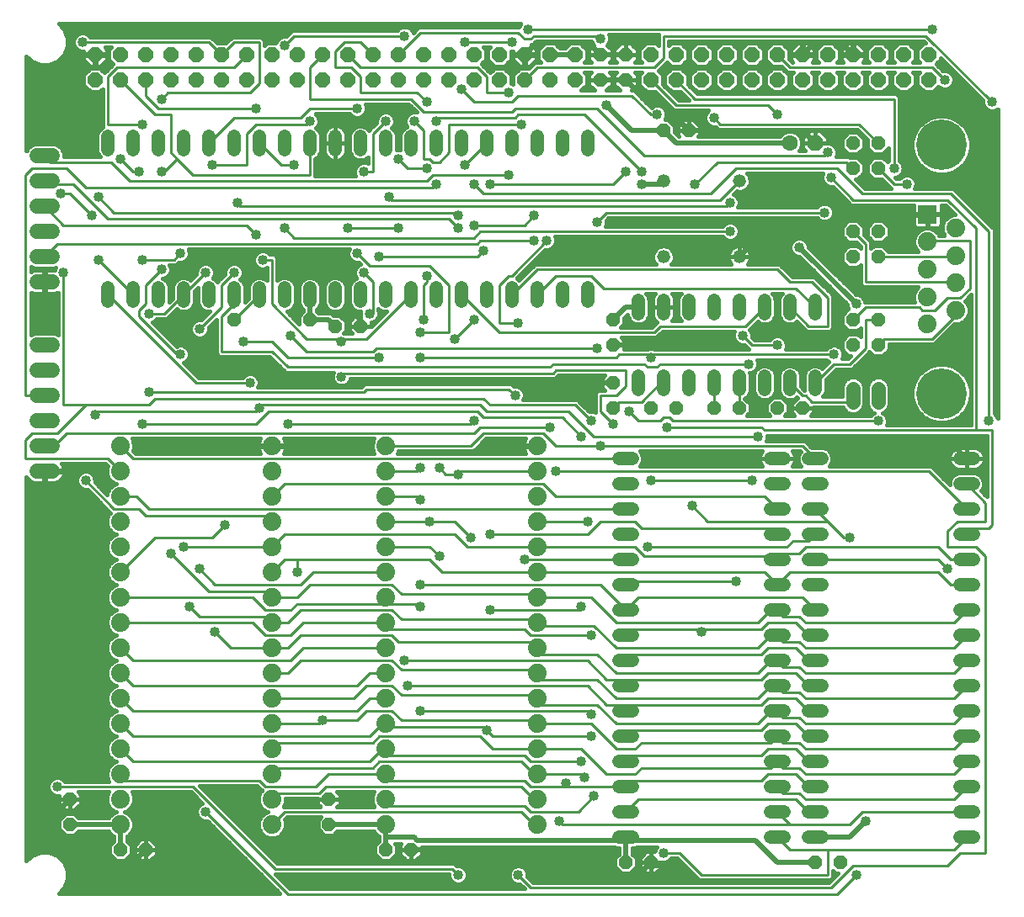
<source format=gtl>
G75*
%MOIN*%
%OFA0B0*%
%FSLAX24Y24*%
%IPPOS*%
%LPD*%
%AMOC8*
5,1,8,0,0,1.08239X$1,22.5*
%
%ADD10OC8,0.0600*%
%ADD11C,0.0520*%
%ADD12C,0.0600*%
%ADD13OC8,0.0520*%
%ADD14R,0.0740X0.0740*%
%ADD15C,0.0740*%
%ADD16C,0.2000*%
%ADD17OC8,0.0560*%
%ADD18C,0.0560*%
%ADD19OC8,0.0630*%
%ADD20C,0.0630*%
%ADD21C,0.0520*%
%ADD22C,0.0200*%
%ADD23C,0.0400*%
%ADD24C,0.0160*%
%ADD25C,0.0100*%
D10*
X003680Y039150D03*
X003680Y040150D03*
X004680Y040150D03*
X004680Y039150D03*
X005680Y039150D03*
X005680Y040150D03*
X006680Y040150D03*
X006680Y039150D03*
X007680Y039150D03*
X007680Y040150D03*
X008680Y040150D03*
X008680Y039150D03*
X009680Y039150D03*
X009680Y040150D03*
X010680Y040150D03*
X010680Y039150D03*
X011680Y039150D03*
X011680Y040150D03*
X012680Y040150D03*
X012680Y039150D03*
X013680Y039150D03*
X013680Y040150D03*
X014680Y040150D03*
X014680Y039150D03*
X015680Y039150D03*
X015680Y040150D03*
X016680Y040150D03*
X016680Y039150D03*
X017680Y039150D03*
X017680Y040150D03*
X018680Y040150D03*
X018680Y039150D03*
X019680Y039150D03*
X019680Y040150D03*
X020680Y040150D03*
X020680Y039150D03*
X021680Y039150D03*
X021680Y040150D03*
X022680Y040150D03*
X022680Y039150D03*
X025680Y039150D03*
X025680Y040150D03*
X026680Y040150D03*
X026680Y039150D03*
X027680Y039150D03*
X027680Y040150D03*
X028680Y040150D03*
X028680Y039150D03*
X029680Y039150D03*
X029680Y040150D03*
X030680Y040150D03*
X030680Y039150D03*
X031680Y039150D03*
X031680Y040150D03*
X032680Y040150D03*
X032680Y039150D03*
X033680Y039150D03*
X033680Y040150D03*
X034680Y040150D03*
X034680Y039150D03*
X035680Y039150D03*
X035680Y040150D03*
X036680Y040150D03*
X036680Y039150D03*
D11*
X032180Y030410D02*
X032180Y029890D01*
X031180Y029890D02*
X031180Y030410D01*
X030180Y030410D02*
X030180Y029890D01*
X029180Y029890D02*
X029180Y030410D01*
X028180Y030410D02*
X028180Y029890D01*
X027180Y029890D02*
X027180Y030410D01*
X026180Y030410D02*
X026180Y029890D01*
X025180Y029890D02*
X025180Y030410D01*
X023180Y030390D02*
X023180Y030910D01*
X022180Y030910D02*
X022180Y030390D01*
X021180Y030390D02*
X021180Y030910D01*
X020180Y030910D02*
X020180Y030390D01*
X019180Y030390D02*
X019180Y030910D01*
X018180Y030910D02*
X018180Y030390D01*
X017180Y030390D02*
X017180Y030910D01*
X016180Y030910D02*
X016180Y030390D01*
X015180Y030390D02*
X015180Y030910D01*
X014180Y030910D02*
X014180Y030390D01*
X013180Y030390D02*
X013180Y030910D01*
X012180Y030910D02*
X012180Y030390D01*
X011180Y030390D02*
X011180Y030910D01*
X010180Y030910D02*
X010180Y030390D01*
X009180Y030390D02*
X009180Y030910D01*
X008180Y030910D02*
X008180Y030390D01*
X007180Y030390D02*
X007180Y030910D01*
X006180Y030910D02*
X006180Y030390D01*
X005180Y030390D02*
X005180Y030910D01*
X004180Y030910D02*
X004180Y030390D01*
X004180Y036390D02*
X004180Y036910D01*
X005180Y036910D02*
X005180Y036390D01*
X006180Y036390D02*
X006180Y036910D01*
X007180Y036910D02*
X007180Y036390D01*
X008180Y036390D02*
X008180Y036910D01*
X009180Y036910D02*
X009180Y036390D01*
X010180Y036390D02*
X010180Y036910D01*
X011180Y036910D02*
X011180Y036390D01*
X012180Y036390D02*
X012180Y036910D01*
X013180Y036910D02*
X013180Y036390D01*
X014180Y036390D02*
X014180Y036910D01*
X015180Y036910D02*
X015180Y036390D01*
X016180Y036390D02*
X016180Y036910D01*
X017180Y036910D02*
X017180Y036390D01*
X018180Y036390D02*
X018180Y036910D01*
X019180Y036910D02*
X019180Y036390D01*
X020180Y036390D02*
X020180Y036910D01*
X021180Y036910D02*
X021180Y036390D01*
X022180Y036390D02*
X022180Y036910D01*
X023180Y036910D02*
X023180Y036390D01*
X025180Y027410D02*
X025180Y026890D01*
X026180Y026890D02*
X026180Y027410D01*
X027180Y027410D02*
X027180Y026890D01*
X028180Y026890D02*
X028180Y027410D01*
X029180Y027410D02*
X029180Y026890D01*
X030180Y026890D02*
X030180Y027410D01*
X031180Y027410D02*
X031180Y026890D01*
X032180Y026890D02*
X032180Y027410D01*
X032440Y024150D02*
X031920Y024150D01*
X030940Y024150D02*
X030420Y024150D01*
X030420Y023150D02*
X030940Y023150D01*
X031920Y023150D02*
X032440Y023150D01*
X032440Y022150D02*
X031920Y022150D01*
X030940Y022150D02*
X030420Y022150D01*
X030420Y021150D02*
X030940Y021150D01*
X031920Y021150D02*
X032440Y021150D01*
X032440Y020150D02*
X031920Y020150D01*
X030940Y020150D02*
X030420Y020150D01*
X030420Y019150D02*
X030940Y019150D01*
X031920Y019150D02*
X032440Y019150D01*
X032440Y018150D02*
X031920Y018150D01*
X030940Y018150D02*
X030420Y018150D01*
X030420Y017150D02*
X030940Y017150D01*
X031920Y017150D02*
X032440Y017150D01*
X032440Y016150D02*
X031920Y016150D01*
X030940Y016150D02*
X030420Y016150D01*
X030420Y015150D02*
X030940Y015150D01*
X031920Y015150D02*
X032440Y015150D01*
X032440Y014150D02*
X031920Y014150D01*
X030940Y014150D02*
X030420Y014150D01*
X030420Y013150D02*
X030940Y013150D01*
X031920Y013150D02*
X032440Y013150D01*
X032440Y012150D02*
X031920Y012150D01*
X030940Y012150D02*
X030420Y012150D01*
X030420Y011150D02*
X030940Y011150D01*
X031920Y011150D02*
X032440Y011150D01*
X032440Y010150D02*
X031920Y010150D01*
X030940Y010150D02*
X030420Y010150D01*
X030420Y009150D02*
X030940Y009150D01*
X031920Y009150D02*
X032440Y009150D01*
X037920Y009150D02*
X038440Y009150D01*
X038440Y010150D02*
X037920Y010150D01*
X037920Y011150D02*
X038440Y011150D01*
X038440Y012150D02*
X037920Y012150D01*
X037920Y013150D02*
X038440Y013150D01*
X038440Y014150D02*
X037920Y014150D01*
X037920Y015150D02*
X038440Y015150D01*
X038440Y016150D02*
X037920Y016150D01*
X037920Y017150D02*
X038440Y017150D01*
X038440Y018150D02*
X037920Y018150D01*
X037920Y019150D02*
X038440Y019150D01*
X038440Y020150D02*
X037920Y020150D01*
X037920Y021150D02*
X038440Y021150D01*
X038440Y022150D02*
X037920Y022150D01*
X037920Y023150D02*
X038440Y023150D01*
X038440Y024150D02*
X037920Y024150D01*
X024940Y024150D02*
X024420Y024150D01*
X024420Y023150D02*
X024940Y023150D01*
X024940Y022150D02*
X024420Y022150D01*
X024420Y021150D02*
X024940Y021150D01*
X024940Y020150D02*
X024420Y020150D01*
X024420Y019150D02*
X024940Y019150D01*
X024940Y018150D02*
X024420Y018150D01*
X024420Y017150D02*
X024940Y017150D01*
X024940Y016150D02*
X024420Y016150D01*
X024420Y015150D02*
X024940Y015150D01*
X024940Y014150D02*
X024420Y014150D01*
X024420Y013150D02*
X024940Y013150D01*
X024940Y012150D02*
X024420Y012150D01*
X024420Y011150D02*
X024940Y011150D01*
X024940Y010150D02*
X024420Y010150D01*
X024420Y009150D02*
X024940Y009150D01*
D12*
X001980Y023650D02*
X001380Y023650D01*
X001380Y024650D02*
X001980Y024650D01*
X001980Y025650D02*
X001380Y025650D01*
X001380Y026650D02*
X001980Y026650D01*
X001980Y027650D02*
X001380Y027650D01*
X001380Y028650D02*
X001980Y028650D01*
X001980Y031150D02*
X001380Y031150D01*
X001380Y032150D02*
X001980Y032150D01*
X001980Y033150D02*
X001380Y033150D01*
X001380Y034150D02*
X001980Y034150D01*
X001980Y035150D02*
X001380Y035150D01*
X001380Y036150D02*
X001980Y036150D01*
D13*
X009180Y029650D03*
X012180Y029650D03*
X013180Y029400D03*
X014180Y029400D03*
X024180Y029650D03*
X024180Y028650D03*
X024180Y027150D03*
X024180Y026150D03*
X025680Y026150D03*
X026680Y026150D03*
X028180Y026150D03*
X029180Y026150D03*
X030680Y026150D03*
X031680Y026150D03*
X027180Y037150D03*
X026180Y037150D03*
X012930Y010650D03*
X012930Y009650D03*
X015180Y008650D03*
X016180Y008650D03*
X024680Y008150D03*
X025680Y008150D03*
X032180Y008150D03*
X033180Y008150D03*
X005680Y008650D03*
X004680Y008650D03*
X002680Y009650D03*
X002680Y010650D03*
D14*
X036621Y033831D03*
D15*
X036621Y032741D03*
X037739Y033284D03*
X037739Y032193D03*
X036621Y031650D03*
X036621Y030559D03*
X037739Y030016D03*
X036621Y029469D03*
X037739Y031107D03*
X021180Y024650D03*
X021180Y023650D03*
X021180Y022650D03*
X021180Y021650D03*
X021180Y020650D03*
X021180Y019650D03*
X021180Y018650D03*
X021180Y017650D03*
X021180Y016650D03*
X021180Y015650D03*
X021180Y014650D03*
X021180Y013650D03*
X021180Y012650D03*
X021180Y011650D03*
X021180Y010650D03*
X021180Y009650D03*
X015180Y009650D03*
X015180Y010650D03*
X015180Y011650D03*
X015180Y012650D03*
X015180Y013650D03*
X015180Y014650D03*
X015180Y015650D03*
X015180Y016650D03*
X015180Y017650D03*
X015180Y018650D03*
X015180Y019650D03*
X015180Y020650D03*
X015180Y021650D03*
X015180Y022650D03*
X015180Y023650D03*
X015180Y024650D03*
X010680Y024650D03*
X010680Y023650D03*
X010680Y022650D03*
X010680Y021650D03*
X010680Y020650D03*
X010680Y019650D03*
X010680Y018650D03*
X010680Y017650D03*
X010680Y016650D03*
X010680Y015650D03*
X010680Y014650D03*
X010680Y013650D03*
X010680Y012650D03*
X010680Y011650D03*
X010680Y010650D03*
X010680Y009650D03*
X004680Y009650D03*
X004680Y010650D03*
X004680Y011650D03*
X004680Y012650D03*
X004680Y013650D03*
X004680Y014650D03*
X004680Y015650D03*
X004680Y016650D03*
X004680Y017650D03*
X004680Y018650D03*
X004680Y019650D03*
X004680Y020650D03*
X004680Y021650D03*
X004680Y022650D03*
X004680Y023650D03*
X004680Y024650D03*
D16*
X037180Y026729D03*
X037180Y036571D03*
D17*
X034680Y036650D03*
X034680Y035650D03*
X033680Y035650D03*
X033680Y036650D03*
X033680Y033150D03*
X034680Y033150D03*
X034680Y032150D03*
X033680Y032150D03*
X033680Y029650D03*
X034680Y029650D03*
X034680Y028650D03*
X033680Y028650D03*
X024680Y039150D03*
X024680Y040150D03*
X023680Y040150D03*
X023680Y039150D03*
D18*
X033680Y026930D02*
X033680Y026370D01*
X034680Y026370D02*
X034680Y026930D01*
D19*
X032180Y036650D03*
D20*
X031180Y036650D03*
D21*
X029180Y035150D03*
X026180Y035150D03*
X026180Y032150D03*
X029180Y032150D03*
D22*
X029618Y032588D01*
X029555Y032650D01*
X025305Y032650D01*
X024680Y032025D01*
X024680Y030150D02*
X025180Y030150D01*
X024680Y030150D02*
X024180Y029650D01*
X024180Y028650D02*
X025805Y028650D01*
X026055Y028900D01*
X024180Y027150D02*
X021680Y027150D01*
X021618Y027088D01*
X021555Y027150D01*
X014180Y027150D01*
X014180Y029400D02*
X014180Y029650D01*
X013680Y030150D01*
X013680Y031900D01*
X012180Y030650D02*
X012180Y029650D01*
X012930Y029650D01*
X013180Y029400D01*
X014180Y024775D02*
X014055Y024650D01*
X010680Y024650D01*
X021180Y026650D02*
X021618Y027088D01*
X025305Y035025D02*
X026055Y035025D01*
X026180Y035150D01*
X026680Y036650D02*
X026180Y037150D01*
X024930Y037150D01*
X023930Y038150D01*
X023680Y039150D02*
X024680Y039150D01*
X025180Y038650D01*
X025680Y038650D01*
X027180Y037150D01*
X031680Y037150D01*
X032180Y036650D01*
X031180Y036650D02*
X026680Y036650D01*
X024680Y040150D02*
X023680Y040150D01*
X023180Y040650D01*
X021180Y040650D01*
X020680Y040150D01*
X021680Y040150D02*
X022680Y040150D01*
X029618Y032588D02*
X030430Y033400D01*
X032055Y033400D01*
X033180Y033400D01*
X033555Y033775D01*
X036555Y033775D01*
X036621Y033831D01*
X033805Y030275D02*
X031555Y032525D01*
X031680Y040150D02*
X032180Y040650D01*
X033180Y040650D01*
X033680Y040150D01*
X031930Y024900D02*
X037430Y024900D01*
X038180Y024150D01*
X034180Y009775D02*
X033555Y009150D01*
X032180Y009150D01*
X032180Y008150D02*
X030680Y008150D01*
X029805Y009025D01*
X024680Y009025D01*
X024680Y009150D01*
X024680Y009025D02*
X016430Y009025D01*
X016305Y009150D01*
X015180Y009150D01*
X015180Y008650D01*
X015180Y009150D02*
X015180Y009650D01*
X012930Y009650D01*
X016180Y008650D02*
X020055Y008650D01*
X021055Y007650D01*
X025180Y007650D01*
X025680Y008150D01*
X025680Y008025D01*
X026680Y008025D01*
X027180Y007525D01*
X024680Y008150D02*
X024680Y009025D01*
X005680Y008650D02*
X005180Y008150D01*
X004555Y008150D01*
X004180Y008525D01*
X002180Y008525D01*
X002180Y010150D01*
X002680Y010650D01*
X002680Y009650D02*
X004680Y009650D01*
X004680Y008650D01*
D23*
X002180Y011150D03*
X008055Y010150D03*
X012680Y013775D03*
X016055Y015150D03*
X016555Y014150D03*
X015930Y016150D03*
X016555Y018275D03*
X016555Y019150D03*
X017305Y020275D03*
X018555Y021025D03*
X019305Y021150D03*
X020680Y020150D03*
X019305Y018150D03*
X022930Y018275D03*
X023305Y017150D03*
X023305Y014025D03*
X023305Y013150D03*
X022930Y012150D03*
X023055Y011525D03*
X022305Y011275D03*
X023430Y010775D03*
X022055Y009775D03*
X020430Y007650D03*
X018055Y007650D03*
X019180Y013400D03*
X026180Y008525D03*
X027180Y007525D03*
X033805Y007650D03*
X034180Y009775D03*
X027680Y017275D03*
X029055Y019275D03*
X027305Y022275D03*
X025680Y023275D03*
X023680Y024650D03*
X022930Y025025D03*
X023305Y025650D03*
X024180Y025525D03*
X024805Y026025D03*
X026305Y025400D03*
X025680Y028150D03*
X026055Y028900D03*
X023555Y028525D03*
X021180Y026650D03*
X020305Y026650D03*
X021680Y025400D03*
X021930Y023650D03*
X023180Y021650D03*
X025555Y020650D03*
X029680Y023275D03*
X029930Y025025D03*
X031930Y024900D03*
X034680Y025650D03*
X032930Y028275D03*
X033805Y030275D03*
X031555Y032525D03*
X032055Y033400D03*
X032555Y033900D03*
X032805Y035275D03*
X032680Y036275D03*
X030680Y037775D03*
X028180Y037650D03*
X025930Y037775D03*
X023930Y038150D03*
X023680Y040775D03*
X020805Y041150D03*
X020180Y040650D03*
X018305Y040650D03*
X018180Y038775D03*
X016805Y038275D03*
X017180Y037525D03*
X016305Y037525D03*
X015180Y037525D03*
X014055Y038025D03*
X015680Y036025D03*
X016805Y035650D03*
X017180Y035025D03*
X018305Y035775D03*
X018680Y035025D03*
X019305Y035025D03*
X020055Y035400D03*
X021055Y033775D03*
X021055Y032775D03*
X021555Y032775D03*
X023555Y033525D03*
X024680Y032025D03*
X025305Y035025D03*
X025305Y035525D03*
X024680Y035525D03*
X027430Y035025D03*
X028805Y034275D03*
X028805Y033150D03*
X029305Y029025D03*
X029555Y027900D03*
X030680Y028650D03*
X035805Y035025D03*
X035305Y035650D03*
X037305Y039150D03*
X039180Y038275D03*
X036805Y041150D03*
X039055Y025650D03*
X033555Y021025D03*
X037430Y019775D03*
X020430Y029525D03*
X018680Y029650D03*
X017930Y028900D03*
X016555Y029150D03*
X016680Y029650D03*
X016555Y028150D03*
X014930Y028150D03*
X014180Y027150D03*
X013430Y027400D03*
X013430Y028775D03*
X014555Y029900D03*
X014305Y031525D03*
X013680Y031900D03*
X014055Y032275D03*
X014930Y032150D03*
X015680Y033275D03*
X015305Y034525D03*
X014305Y035525D03*
X013680Y033275D03*
X011180Y033275D03*
X010055Y033025D03*
X009305Y034275D03*
X008305Y035775D03*
X006305Y035525D03*
X005430Y035525D03*
X004680Y036025D03*
X005555Y037400D03*
X006305Y038400D03*
X003180Y040650D03*
X002305Y034650D03*
X003805Y034525D03*
X003555Y033775D03*
X003805Y032025D03*
X002430Y031525D03*
X005555Y032025D03*
X006305Y031650D03*
X007055Y032275D03*
X008055Y031525D03*
X009180Y031525D03*
X010305Y032025D03*
X007805Y029275D03*
X007055Y028275D03*
X005805Y026775D03*
X005555Y025525D03*
X003680Y025900D03*
X003305Y023275D03*
X006680Y020400D03*
X007180Y020650D03*
X007805Y019775D03*
X007430Y018275D03*
X008430Y017275D03*
X011680Y019650D03*
X008805Y021525D03*
X011305Y025525D03*
X010180Y026150D03*
X009805Y027150D03*
X009555Y028775D03*
X011430Y029025D03*
X014180Y024775D03*
X016555Y023775D03*
X017305Y023775D03*
X018055Y023525D03*
X016555Y022525D03*
X016930Y021650D03*
X018680Y025650D03*
X016805Y031400D03*
X018055Y033275D03*
X018055Y033775D03*
X018680Y033400D03*
X019055Y032400D03*
X020555Y037400D03*
X020055Y038650D03*
X015930Y040900D03*
X012180Y037525D03*
X011555Y035775D03*
X010055Y038025D03*
X011180Y040525D03*
X005805Y029900D03*
D24*
X002447Y007137D02*
X002240Y006930D01*
X010978Y006930D01*
X008118Y009790D01*
X007983Y009790D01*
X007851Y009845D01*
X007750Y009946D01*
X007695Y010078D01*
X007695Y010222D01*
X007750Y010354D01*
X007851Y010455D01*
X007923Y010485D01*
X007468Y010940D01*
X005134Y010940D01*
X005210Y010755D01*
X005210Y010545D01*
X005129Y010350D01*
X004980Y010201D01*
X004858Y010150D01*
X004980Y010099D01*
X005129Y009950D01*
X005210Y009755D01*
X005210Y009545D01*
X005129Y009350D01*
X004980Y009201D01*
X004940Y009184D01*
X004940Y008984D01*
X005100Y008824D01*
X005100Y008476D01*
X004854Y008230D01*
X004506Y008230D01*
X004260Y008476D01*
X004260Y008824D01*
X004420Y008984D01*
X004420Y009184D01*
X004380Y009201D01*
X004231Y009350D01*
X004214Y009390D01*
X003014Y009390D01*
X002854Y009230D01*
X002506Y009230D01*
X002260Y009476D01*
X002260Y009824D01*
X002506Y010070D01*
X002854Y010070D01*
X003014Y009910D01*
X004214Y009910D01*
X004231Y009950D01*
X004380Y010099D01*
X004502Y010150D01*
X004380Y010201D01*
X004231Y010350D01*
X004150Y010545D01*
X004150Y010755D01*
X004226Y010940D01*
X003012Y010940D01*
X003120Y010832D01*
X003120Y010650D01*
X002680Y010650D01*
X002680Y010650D01*
X003120Y010650D01*
X003120Y010468D01*
X002862Y010210D01*
X002680Y010210D01*
X002680Y010650D01*
X002680Y010650D01*
X002680Y010650D01*
X002240Y010650D01*
X002240Y010790D01*
X002108Y010790D01*
X001976Y010845D01*
X001875Y010946D01*
X001820Y011078D01*
X001820Y011222D01*
X001875Y011354D01*
X001976Y011455D01*
X002108Y011510D01*
X002252Y011510D01*
X002384Y011455D01*
X002479Y011360D01*
X004226Y011360D01*
X004150Y011545D01*
X004150Y011755D01*
X004231Y011950D01*
X004380Y012099D01*
X004502Y012150D01*
X004380Y012201D01*
X004231Y012350D01*
X004150Y012545D01*
X004150Y012755D01*
X004231Y012950D01*
X004380Y013099D01*
X004502Y013150D01*
X004380Y013201D01*
X004231Y013350D01*
X004150Y013545D01*
X004150Y013755D01*
X004231Y013950D01*
X004380Y014099D01*
X004502Y014150D01*
X004380Y014201D01*
X004231Y014350D01*
X004150Y014545D01*
X004150Y014755D01*
X004231Y014950D01*
X004380Y015099D01*
X004502Y015150D01*
X004380Y015201D01*
X004231Y015350D01*
X004150Y015545D01*
X004150Y015755D01*
X004231Y015950D01*
X004380Y016099D01*
X004502Y016150D01*
X004380Y016201D01*
X004231Y016350D01*
X004150Y016545D01*
X004150Y016755D01*
X004231Y016950D01*
X004380Y017099D01*
X004502Y017150D01*
X004380Y017201D01*
X004231Y017350D01*
X004150Y017545D01*
X004150Y017755D01*
X004231Y017950D01*
X004380Y018099D01*
X004502Y018150D01*
X004380Y018201D01*
X004231Y018350D01*
X004150Y018545D01*
X004150Y018755D01*
X004231Y018950D01*
X004380Y019099D01*
X004502Y019150D01*
X004380Y019201D01*
X004231Y019350D01*
X004150Y019545D01*
X004150Y019755D01*
X004231Y019950D01*
X004380Y020099D01*
X004502Y020150D01*
X004380Y020201D01*
X004231Y020350D01*
X004150Y020545D01*
X004150Y020755D01*
X004231Y020950D01*
X004380Y021099D01*
X004502Y021150D01*
X004380Y021201D01*
X004231Y021350D01*
X004150Y021545D01*
X004150Y021755D01*
X004231Y021950D01*
X004282Y022001D01*
X004220Y022063D01*
X003368Y022915D01*
X003233Y022915D01*
X003101Y022970D01*
X003000Y023071D01*
X002945Y023203D01*
X002945Y023347D01*
X003000Y023479D01*
X003101Y023580D01*
X003233Y023635D01*
X003377Y023635D01*
X003509Y023580D01*
X003610Y023479D01*
X003665Y023347D01*
X003665Y023212D01*
X004150Y022727D01*
X004150Y022755D01*
X004231Y022950D01*
X004380Y023099D01*
X004502Y023150D01*
X004380Y023201D01*
X004231Y023350D01*
X004150Y023545D01*
X004150Y023755D01*
X004187Y023846D01*
X004093Y023940D01*
X002363Y023940D01*
X002391Y023902D01*
X002425Y023834D01*
X002448Y023762D01*
X002460Y023688D01*
X002460Y023670D01*
X001700Y023670D01*
X001700Y023630D01*
X002460Y023630D01*
X002460Y023612D01*
X002448Y023538D01*
X002425Y023466D01*
X002391Y023398D01*
X002346Y023337D01*
X002293Y023284D01*
X002232Y023239D01*
X002164Y023205D01*
X002092Y023182D01*
X002018Y023170D01*
X001700Y023170D01*
X001700Y023630D01*
X001660Y023630D01*
X001660Y023170D01*
X001342Y023170D01*
X001268Y023182D01*
X001196Y023205D01*
X001128Y023239D01*
X001067Y023284D01*
X001014Y023337D01*
X000969Y023398D01*
X000960Y023417D01*
X000960Y008210D01*
X001167Y008417D01*
X001500Y008555D01*
X001860Y008555D01*
X002193Y008417D01*
X002447Y008163D01*
X002585Y007830D01*
X002585Y007470D01*
X002447Y007137D01*
X002473Y007199D02*
X010709Y007199D01*
X010551Y007357D02*
X002538Y007357D01*
X002585Y007516D02*
X010392Y007516D01*
X010234Y007674D02*
X002585Y007674D01*
X002584Y007833D02*
X010075Y007833D01*
X009917Y007991D02*
X002518Y007991D01*
X002452Y008150D02*
X009758Y008150D01*
X009600Y008309D02*
X005961Y008309D01*
X005862Y008210D02*
X006120Y008468D01*
X006120Y008650D01*
X006120Y008832D01*
X005862Y009090D01*
X005680Y009090D01*
X005680Y008650D01*
X006120Y008650D01*
X005680Y008650D01*
X005680Y008650D01*
X005680Y008650D01*
X005680Y008210D01*
X005862Y008210D01*
X005680Y008210D02*
X005680Y008650D01*
X005680Y008650D01*
X005680Y008650D01*
X005240Y008650D01*
X005240Y008832D01*
X005498Y009090D01*
X005680Y009090D01*
X005680Y008650D01*
X005240Y008650D01*
X005240Y008468D01*
X005498Y008210D01*
X005680Y008210D01*
X005680Y008309D02*
X005680Y008309D01*
X005680Y008467D02*
X005680Y008467D01*
X005680Y008626D02*
X005680Y008626D01*
X005680Y008784D02*
X005680Y008784D01*
X005680Y008943D02*
X005680Y008943D01*
X006010Y008943D02*
X008966Y008943D01*
X008807Y009101D02*
X004940Y009101D01*
X004981Y008943D02*
X005350Y008943D01*
X005240Y008784D02*
X005100Y008784D01*
X005100Y008626D02*
X005240Y008626D01*
X005241Y008467D02*
X005091Y008467D01*
X004932Y008309D02*
X005399Y008309D01*
X006119Y008467D02*
X009441Y008467D01*
X009283Y008626D02*
X006120Y008626D01*
X006120Y008784D02*
X009124Y008784D01*
X008649Y009260D02*
X005039Y009260D01*
X005158Y009418D02*
X008490Y009418D01*
X008332Y009577D02*
X005210Y009577D01*
X005210Y009735D02*
X008173Y009735D01*
X007802Y009894D02*
X005153Y009894D01*
X005028Y010052D02*
X007706Y010052D01*
X007695Y010211D02*
X004990Y010211D01*
X005137Y010369D02*
X007765Y010369D01*
X007881Y010528D02*
X005203Y010528D01*
X005210Y010686D02*
X007722Y010686D01*
X007564Y010845D02*
X005173Y010845D01*
X004370Y010211D02*
X002863Y010211D01*
X002872Y010052D02*
X004332Y010052D01*
X004223Y010369D02*
X003021Y010369D01*
X003120Y010528D02*
X004157Y010528D01*
X004150Y010686D02*
X003120Y010686D01*
X003108Y010845D02*
X004187Y010845D01*
X004177Y011479D02*
X002328Y011479D01*
X002032Y011479D02*
X000960Y011479D01*
X000960Y011637D02*
X004150Y011637D01*
X004167Y011796D02*
X000960Y011796D01*
X000960Y011954D02*
X004234Y011954D01*
X004412Y012113D02*
X000960Y012113D01*
X000960Y012271D02*
X004309Y012271D01*
X004198Y012430D02*
X000960Y012430D01*
X000960Y012588D02*
X004150Y012588D01*
X004150Y012747D02*
X000960Y012747D01*
X000960Y012905D02*
X004212Y012905D01*
X004344Y013064D02*
X000960Y013064D01*
X000960Y013222D02*
X004358Y013222D01*
X004218Y013381D02*
X000960Y013381D01*
X000960Y013539D02*
X004152Y013539D01*
X004150Y013698D02*
X000960Y013698D01*
X000960Y013856D02*
X004192Y013856D01*
X004295Y014015D02*
X000960Y014015D01*
X000960Y014173D02*
X004447Y014173D01*
X004249Y014332D02*
X000960Y014332D01*
X000960Y014490D02*
X004173Y014490D01*
X004150Y014649D02*
X000960Y014649D01*
X000960Y014807D02*
X004171Y014807D01*
X004246Y014966D02*
X000960Y014966D01*
X000960Y015124D02*
X004439Y015124D01*
X004298Y015283D02*
X000960Y015283D01*
X000960Y015441D02*
X004193Y015441D01*
X004150Y015600D02*
X000960Y015600D01*
X000960Y015758D02*
X004151Y015758D01*
X004217Y015917D02*
X000960Y015917D01*
X000960Y016075D02*
X004355Y016075D01*
X004347Y016234D02*
X000960Y016234D01*
X000960Y016392D02*
X004213Y016392D01*
X004150Y016551D02*
X000960Y016551D01*
X000960Y016709D02*
X004150Y016709D01*
X004196Y016868D02*
X000960Y016868D01*
X000960Y017026D02*
X004306Y017026D01*
X004419Y017185D02*
X000960Y017185D01*
X000960Y017343D02*
X004237Y017343D01*
X004168Y017502D02*
X000960Y017502D01*
X000960Y017660D02*
X004150Y017660D01*
X004176Y017819D02*
X000960Y017819D01*
X000960Y017977D02*
X004257Y017977D01*
X004467Y018136D02*
X000960Y018136D01*
X000960Y018294D02*
X004286Y018294D01*
X004188Y018453D02*
X000960Y018453D01*
X000960Y018611D02*
X004150Y018611D01*
X004156Y018770D02*
X000960Y018770D01*
X000960Y018928D02*
X004221Y018928D01*
X004367Y019087D02*
X000960Y019087D01*
X000960Y019245D02*
X004335Y019245D01*
X004208Y019404D02*
X000960Y019404D01*
X000960Y019562D02*
X004150Y019562D01*
X004150Y019721D02*
X000960Y019721D01*
X000960Y019879D02*
X004201Y019879D01*
X004318Y020038D02*
X000960Y020038D01*
X000960Y020196D02*
X004391Y020196D01*
X004229Y020355D02*
X000960Y020355D01*
X000960Y020513D02*
X004163Y020513D01*
X004150Y020672D02*
X000960Y020672D01*
X000960Y020830D02*
X004181Y020830D01*
X004269Y020989D02*
X000960Y020989D01*
X000960Y021147D02*
X004495Y021147D01*
X004275Y021306D02*
X000960Y021306D01*
X000960Y021464D02*
X004183Y021464D01*
X004150Y021623D02*
X000960Y021623D01*
X000960Y021781D02*
X004161Y021781D01*
X004226Y021940D02*
X000960Y021940D01*
X000960Y022098D02*
X004185Y022098D01*
X004026Y022257D02*
X000960Y022257D01*
X000960Y022415D02*
X003868Y022415D01*
X003709Y022574D02*
X000960Y022574D01*
X000960Y022732D02*
X003551Y022732D01*
X003392Y022891D02*
X000960Y022891D01*
X000960Y023049D02*
X003022Y023049D01*
X002945Y023208D02*
X002169Y023208D01*
X002367Y023366D02*
X002953Y023366D01*
X003045Y023525D02*
X002444Y023525D01*
X002460Y023683D02*
X004150Y023683D01*
X004158Y023525D02*
X003565Y023525D01*
X003657Y023366D02*
X004224Y023366D01*
X004373Y023208D02*
X003669Y023208D01*
X003828Y023049D02*
X004329Y023049D01*
X004206Y022891D02*
X003986Y022891D01*
X004145Y022732D02*
X004150Y022732D01*
X004186Y023842D02*
X002421Y023842D01*
X001700Y023525D02*
X001660Y023525D01*
X001660Y023366D02*
X001700Y023366D01*
X001700Y023208D02*
X001660Y023208D01*
X001191Y023208D02*
X000960Y023208D01*
X000960Y023366D02*
X000993Y023366D01*
X005173Y024454D02*
X005210Y024545D01*
X005210Y024755D01*
X005134Y024940D01*
X010211Y024940D01*
X010210Y024938D01*
X010170Y024861D01*
X010144Y024779D01*
X010130Y024693D01*
X010130Y024670D01*
X010660Y024670D01*
X010660Y024630D01*
X010130Y024630D01*
X010130Y024607D01*
X010144Y024521D01*
X010170Y024439D01*
X010210Y024362D01*
X010211Y024360D01*
X005267Y024360D01*
X005173Y024454D01*
X005181Y024476D02*
X010158Y024476D01*
X010148Y024793D02*
X005195Y024793D01*
X005210Y024634D02*
X010660Y024634D01*
X010700Y024634D02*
X014650Y024634D01*
X014650Y024545D02*
X014650Y024755D01*
X014726Y024940D01*
X011149Y024940D01*
X011150Y024938D01*
X011190Y024861D01*
X011216Y024779D01*
X011230Y024693D01*
X011230Y024670D01*
X010700Y024670D01*
X010700Y024630D01*
X011230Y024630D01*
X011230Y024607D01*
X011216Y024521D01*
X011190Y024439D01*
X011150Y024362D01*
X011149Y024360D01*
X014726Y024360D01*
X014650Y024545D01*
X014679Y024476D02*
X011202Y024476D01*
X011212Y024793D02*
X014665Y024793D01*
X015634Y024360D02*
X015667Y024440D01*
X018642Y024440D01*
X018765Y024563D01*
X019142Y024940D01*
X020711Y024940D01*
X020710Y024938D01*
X020670Y024861D01*
X020644Y024779D01*
X020630Y024693D01*
X020630Y024670D01*
X021160Y024670D01*
X021160Y024630D01*
X020630Y024630D01*
X020630Y024607D01*
X020644Y024521D01*
X020670Y024439D01*
X020710Y024362D01*
X020711Y024360D01*
X015634Y024360D01*
X014218Y026985D02*
X010126Y026985D01*
X010165Y027078D01*
X010165Y027222D01*
X010110Y027354D01*
X010009Y027455D01*
X009877Y027510D01*
X009733Y027510D01*
X009601Y027455D01*
X009506Y027360D01*
X007767Y027360D01*
X007187Y027940D01*
X007259Y027970D01*
X007360Y028071D01*
X007415Y028203D01*
X007415Y028347D01*
X007360Y028479D01*
X007259Y028580D01*
X007127Y028635D01*
X006983Y028635D01*
X006901Y028601D01*
X005937Y029565D01*
X006009Y029595D01*
X006104Y029690D01*
X006517Y029690D01*
X006640Y029813D01*
X006902Y030075D01*
X006942Y030034D01*
X007096Y029970D01*
X007264Y029970D01*
X007418Y030034D01*
X007536Y030152D01*
X007600Y030306D01*
X007600Y030773D01*
X007760Y030933D01*
X007760Y030306D01*
X007824Y030152D01*
X007942Y030034D01*
X008096Y029970D01*
X008203Y029970D01*
X007868Y029635D01*
X007733Y029635D01*
X007601Y029580D01*
X007500Y029479D01*
X007445Y029347D01*
X007445Y029203D01*
X007500Y029071D01*
X007601Y028970D01*
X007733Y028915D01*
X007877Y028915D01*
X008009Y028970D01*
X008110Y029071D01*
X008165Y029203D01*
X008165Y029338D01*
X008470Y029643D01*
X008470Y028313D01*
X008593Y028190D01*
X010593Y028190D01*
X011095Y027688D01*
X011218Y027565D01*
X013109Y027565D01*
X013070Y027472D01*
X013070Y027328D01*
X013125Y027196D01*
X013226Y027095D01*
X013358Y027040D01*
X013502Y027040D01*
X013634Y027095D01*
X013735Y027196D01*
X013784Y027315D01*
X021892Y027315D01*
X022015Y027438D01*
X022017Y027440D01*
X023848Y027440D01*
X023740Y027332D01*
X023740Y027150D01*
X024180Y027150D01*
X024180Y027150D01*
X023740Y027150D01*
X023740Y026968D01*
X023848Y026860D01*
X023593Y026860D01*
X023470Y026737D01*
X023470Y026563D01*
X023470Y025971D01*
X023377Y026010D01*
X023242Y026010D01*
X022890Y026362D01*
X022767Y026485D01*
X020626Y026485D01*
X020665Y026578D01*
X020665Y026722D01*
X020610Y026854D01*
X020509Y026955D01*
X020377Y027010D01*
X020242Y027010D01*
X020142Y027110D01*
X014343Y027110D01*
X014218Y026985D01*
X014245Y027012D02*
X010137Y027012D01*
X010165Y027170D02*
X013151Y027170D01*
X013070Y027329D02*
X010121Y027329D01*
X009932Y027487D02*
X013076Y027487D01*
X013709Y027170D02*
X023740Y027170D01*
X023740Y027012D02*
X020240Y027012D01*
X020611Y026853D02*
X023586Y026853D01*
X023470Y026695D02*
X020665Y026695D01*
X020647Y026536D02*
X023470Y026536D01*
X023470Y026378D02*
X022874Y026378D01*
X023033Y026219D02*
X023470Y026219D01*
X023470Y026061D02*
X023191Y026061D01*
X023740Y027329D02*
X021906Y027329D01*
X024180Y028650D02*
X024180Y028650D01*
X024620Y028650D01*
X024620Y028832D01*
X024512Y028940D01*
X025892Y028940D01*
X026142Y029190D01*
X028984Y029190D01*
X028945Y029097D01*
X028945Y028953D01*
X029000Y028821D01*
X029101Y028720D01*
X029233Y028665D01*
X029368Y028665D01*
X029470Y028563D01*
X029548Y028485D01*
X025812Y028485D01*
X025752Y028510D01*
X025608Y028510D01*
X025548Y028485D01*
X024620Y028485D01*
X024620Y028650D01*
X024180Y028650D01*
X024620Y028597D02*
X029436Y028597D01*
X029470Y028563D02*
X029470Y028563D01*
X029767Y028860D02*
X029665Y028962D01*
X029665Y029097D01*
X029610Y029229D01*
X029583Y029256D01*
X029902Y029575D01*
X029942Y029534D01*
X030096Y029470D01*
X030264Y029470D01*
X030418Y029534D01*
X030536Y029652D01*
X030600Y029806D01*
X030600Y030494D01*
X030536Y030648D01*
X030494Y030690D01*
X030866Y030690D01*
X030824Y030648D01*
X030760Y030494D01*
X030760Y029806D01*
X030824Y029652D01*
X030942Y029534D01*
X031096Y029470D01*
X031264Y029470D01*
X031418Y029534D01*
X031458Y029575D01*
X031843Y029190D01*
X032767Y029190D01*
X032890Y029313D01*
X032890Y030612D01*
X032767Y030735D01*
X032142Y031360D01*
X031267Y031360D01*
X030767Y031860D01*
X029512Y031860D01*
X029516Y031863D01*
X029556Y031919D01*
X029588Y031981D01*
X029609Y032047D01*
X029620Y032115D01*
X029620Y032150D01*
X029620Y032185D01*
X029609Y032253D01*
X029588Y032319D01*
X029556Y032381D01*
X029516Y032437D01*
X029467Y032486D01*
X029411Y032526D01*
X029349Y032558D01*
X029283Y032579D01*
X029215Y032590D01*
X029180Y032590D01*
X029180Y032150D01*
X029180Y032150D01*
X029620Y032150D01*
X029180Y032150D01*
X029180Y032150D01*
X029180Y032150D01*
X028740Y032150D01*
X028740Y032185D01*
X028751Y032253D01*
X028772Y032319D01*
X028804Y032381D01*
X028844Y032437D01*
X028893Y032486D01*
X028949Y032526D01*
X029011Y032558D01*
X029077Y032579D01*
X029145Y032590D01*
X029180Y032590D01*
X029180Y032150D01*
X028740Y032150D01*
X028740Y032115D01*
X028751Y032047D01*
X028772Y031981D01*
X028804Y031919D01*
X028844Y031863D01*
X028848Y031860D01*
X026484Y031860D01*
X026536Y031912D01*
X026600Y032066D01*
X026600Y032234D01*
X026536Y032388D01*
X026418Y032506D01*
X026264Y032570D01*
X026096Y032570D01*
X025942Y032506D01*
X025824Y032388D01*
X025760Y032234D01*
X025760Y032066D01*
X025824Y031912D01*
X025876Y031860D01*
X021093Y031860D01*
X020970Y031737D01*
X020458Y031225D01*
X020418Y031266D01*
X020365Y031288D01*
X020390Y031313D01*
X021492Y032415D01*
X021627Y032415D01*
X021759Y032470D01*
X021860Y032571D01*
X021915Y032703D01*
X021915Y032847D01*
X021876Y032940D01*
X028506Y032940D01*
X028601Y032845D01*
X028733Y032790D01*
X028877Y032790D01*
X029009Y032845D01*
X029110Y032946D01*
X029165Y033078D01*
X029165Y033222D01*
X029110Y033354D01*
X029009Y033455D01*
X028877Y033510D01*
X028733Y033510D01*
X028601Y033455D01*
X028506Y033360D01*
X023876Y033360D01*
X023915Y033453D01*
X023915Y033588D01*
X024017Y033690D01*
X032256Y033690D01*
X032351Y033595D01*
X032483Y033540D01*
X032627Y033540D01*
X032759Y033595D01*
X032860Y033696D01*
X032915Y033828D01*
X032915Y033972D01*
X032860Y034104D01*
X032759Y034205D01*
X032627Y034260D01*
X032483Y034260D01*
X032351Y034205D01*
X032256Y034110D01*
X029126Y034110D01*
X029165Y034203D01*
X029165Y034347D01*
X029110Y034479D01*
X029009Y034580D01*
X028937Y034610D01*
X029069Y034742D01*
X029096Y034730D01*
X029264Y034730D01*
X029418Y034794D01*
X029536Y034912D01*
X029600Y035066D01*
X029600Y035234D01*
X029536Y035388D01*
X029484Y035440D01*
X032484Y035440D01*
X032445Y035347D01*
X032445Y035203D01*
X032500Y035071D01*
X032601Y034970D01*
X032733Y034915D01*
X032868Y034915D01*
X033470Y034313D01*
X033593Y034190D01*
X036071Y034190D01*
X036071Y033851D01*
X036601Y033851D01*
X036601Y033811D01*
X036641Y033811D01*
X036641Y033281D01*
X037015Y033281D01*
X037060Y033293D01*
X037101Y033317D01*
X037135Y033351D01*
X037159Y033392D01*
X037171Y033437D01*
X037171Y033811D01*
X036641Y033811D01*
X036641Y033851D01*
X037171Y033851D01*
X037171Y034190D01*
X037343Y034190D01*
X037719Y033814D01*
X037634Y033814D01*
X037439Y033733D01*
X037290Y033584D01*
X037209Y033389D01*
X037209Y033178D01*
X037289Y032985D01*
X037093Y032985D01*
X037070Y033041D01*
X036921Y033190D01*
X036726Y033271D01*
X036516Y033271D01*
X036321Y033190D01*
X036172Y033041D01*
X036091Y032846D01*
X036091Y032635D01*
X036172Y032440D01*
X036252Y032360D01*
X035092Y032360D01*
X034862Y032590D01*
X034498Y032590D01*
X034390Y032482D01*
X034390Y032737D01*
X034267Y032860D01*
X034120Y033007D01*
X034120Y033332D01*
X033862Y033590D01*
X033498Y033590D01*
X033240Y033332D01*
X033240Y032968D01*
X033498Y032710D01*
X033823Y032710D01*
X033970Y032563D01*
X033970Y032482D01*
X033862Y032590D01*
X033498Y032590D01*
X033240Y032332D01*
X033240Y031968D01*
X033498Y031710D01*
X033862Y031710D01*
X033970Y031818D01*
X033970Y031063D01*
X034093Y030940D01*
X036252Y030940D01*
X036172Y030860D01*
X036091Y030665D01*
X036091Y030454D01*
X036130Y030360D01*
X034159Y030360D01*
X034110Y030479D01*
X034009Y030580D01*
X033877Y030635D01*
X033813Y030635D01*
X031915Y032533D01*
X031915Y032597D01*
X031860Y032729D01*
X031759Y032830D01*
X031627Y032885D01*
X031483Y032885D01*
X031351Y032830D01*
X031250Y032729D01*
X031195Y032597D01*
X031195Y032453D01*
X031250Y032321D01*
X031351Y032220D01*
X031483Y032165D01*
X031547Y032165D01*
X033445Y030267D01*
X033445Y030203D01*
X033494Y030086D01*
X033240Y029832D01*
X033240Y029468D01*
X033498Y029210D01*
X033862Y029210D01*
X033970Y029318D01*
X033970Y028982D01*
X033862Y029090D01*
X033498Y029090D01*
X033240Y028832D01*
X033240Y028468D01*
X033498Y028210D01*
X033568Y028210D01*
X033468Y028110D01*
X033251Y028110D01*
X033290Y028203D01*
X033290Y028347D01*
X033235Y028479D01*
X033134Y028580D01*
X033002Y028635D01*
X032858Y028635D01*
X032726Y028580D01*
X032631Y028485D01*
X031001Y028485D01*
X031040Y028578D01*
X031040Y028722D01*
X030985Y028854D01*
X030884Y028955D01*
X030752Y029010D01*
X030608Y029010D01*
X030476Y028955D01*
X030381Y028860D01*
X029767Y028860D01*
X029713Y028914D02*
X030434Y028914D01*
X030432Y029548D02*
X030928Y029548D01*
X030802Y029706D02*
X030558Y029706D01*
X030600Y029865D02*
X030760Y029865D01*
X030760Y030023D02*
X030600Y030023D01*
X030600Y030182D02*
X030760Y030182D01*
X030760Y030340D02*
X030600Y030340D01*
X030598Y030499D02*
X030762Y030499D01*
X030833Y030657D02*
X030527Y030657D01*
X031177Y031450D02*
X032263Y031450D01*
X032211Y031291D02*
X032421Y031291D01*
X032369Y031133D02*
X032580Y031133D01*
X032528Y030974D02*
X032738Y030974D01*
X032686Y030816D02*
X032897Y030816D01*
X032845Y030657D02*
X033055Y030657D01*
X033214Y030499D02*
X032890Y030499D01*
X032890Y030340D02*
X033372Y030340D01*
X033454Y030182D02*
X032890Y030182D01*
X032890Y030023D02*
X033431Y030023D01*
X033272Y029865D02*
X032890Y029865D01*
X032890Y029706D02*
X033240Y029706D01*
X033240Y029548D02*
X032890Y029548D01*
X032890Y029389D02*
X033319Y029389D01*
X033477Y029231D02*
X032808Y029231D01*
X033321Y028914D02*
X030926Y028914D01*
X031026Y028755D02*
X033240Y028755D01*
X033240Y028597D02*
X033094Y028597D01*
X033252Y028438D02*
X033270Y028438D01*
X033290Y028280D02*
X033428Y028280D01*
X033479Y028121D02*
X033256Y028121D01*
X033017Y027690D02*
X033642Y027690D01*
X034267Y028315D01*
X034330Y028378D01*
X034498Y028210D01*
X034862Y028210D01*
X035120Y028468D01*
X035120Y028690D01*
X036892Y028690D01*
X037688Y029486D01*
X037844Y029486D01*
X038039Y029567D01*
X038188Y029716D01*
X038269Y029911D01*
X038269Y030122D01*
X038188Y030316D01*
X038103Y030401D01*
X038345Y030643D01*
X038345Y025485D01*
X035001Y025485D01*
X035040Y025578D01*
X035040Y025722D01*
X034985Y025854D01*
X034884Y025955D01*
X034856Y025967D01*
X034929Y025997D01*
X035053Y026121D01*
X035120Y026282D01*
X035120Y027018D01*
X035053Y027179D01*
X034929Y027303D01*
X034768Y027370D01*
X034592Y027370D01*
X034431Y027303D01*
X034307Y027179D01*
X034240Y027018D01*
X034240Y026282D01*
X034307Y026121D01*
X034431Y025997D01*
X034504Y025967D01*
X034476Y025955D01*
X034381Y025860D01*
X032012Y025860D01*
X032120Y025968D01*
X032120Y026150D01*
X032120Y026190D01*
X033278Y026190D01*
X033307Y026121D01*
X033431Y025997D01*
X033592Y025930D01*
X033768Y025930D01*
X033929Y025997D01*
X034053Y026121D01*
X034120Y026282D01*
X034120Y027018D01*
X034053Y027179D01*
X033929Y027303D01*
X033768Y027370D01*
X033592Y027370D01*
X033431Y027303D01*
X033307Y027179D01*
X033240Y027018D01*
X033240Y026610D01*
X032494Y026610D01*
X032536Y026652D01*
X032600Y026806D01*
X032600Y027273D01*
X033017Y027690D01*
X032973Y027646D02*
X036456Y027646D01*
X036468Y027657D02*
X036252Y027441D01*
X036099Y027176D01*
X036020Y026881D01*
X036020Y026576D01*
X036099Y026281D01*
X036252Y026016D01*
X036468Y025801D01*
X036732Y025648D01*
X037027Y025569D01*
X037333Y025569D01*
X037628Y025648D01*
X037892Y025801D01*
X038108Y026016D01*
X038261Y026281D01*
X038340Y026576D01*
X038340Y026881D01*
X038261Y027176D01*
X038108Y027441D01*
X037892Y027657D01*
X037628Y027810D01*
X037333Y027889D01*
X037027Y027889D01*
X036732Y027810D01*
X036468Y027657D01*
X036298Y027487D02*
X032814Y027487D01*
X032656Y027329D02*
X033492Y027329D01*
X033303Y027170D02*
X032600Y027170D01*
X032600Y027012D02*
X033240Y027012D01*
X033240Y026853D02*
X032600Y026853D01*
X032554Y026695D02*
X033240Y026695D01*
X033868Y027329D02*
X034492Y027329D01*
X034303Y027170D02*
X034057Y027170D01*
X034120Y027012D02*
X034240Y027012D01*
X034240Y026853D02*
X034120Y026853D01*
X034120Y026695D02*
X034240Y026695D01*
X034240Y026536D02*
X034120Y026536D01*
X034120Y026378D02*
X034240Y026378D01*
X034266Y026219D02*
X034094Y026219D01*
X033993Y026061D02*
X034367Y026061D01*
X034423Y025902D02*
X032054Y025902D01*
X032120Y026061D02*
X033367Y026061D01*
X032120Y026150D02*
X031680Y026150D01*
X032120Y026150D01*
X031680Y026150D02*
X031680Y026150D01*
X031680Y026150D01*
X031240Y026150D01*
X031240Y026332D01*
X031470Y026563D01*
X031470Y026563D01*
X031458Y026575D01*
X031418Y026534D01*
X031264Y026470D01*
X031096Y026470D01*
X030942Y026534D01*
X030824Y026652D01*
X030760Y026806D01*
X030760Y027494D01*
X030824Y027648D01*
X030942Y027766D01*
X031096Y027830D01*
X031264Y027830D01*
X031418Y027766D01*
X031536Y027648D01*
X031600Y027494D01*
X031600Y027027D01*
X031760Y026867D01*
X031760Y027494D01*
X031824Y027648D01*
X031942Y027766D01*
X032096Y027830D01*
X032264Y027830D01*
X032418Y027766D01*
X032458Y027725D01*
X032714Y027981D01*
X032631Y028065D01*
X029876Y028065D01*
X029915Y027972D01*
X029915Y027828D01*
X029860Y027696D01*
X029759Y027595D01*
X029627Y027540D01*
X029581Y027540D01*
X029600Y027494D01*
X029600Y026806D01*
X029536Y026652D01*
X029418Y026534D01*
X029398Y026526D01*
X029600Y026324D01*
X029600Y025976D01*
X029484Y025860D01*
X030376Y025860D01*
X030260Y025976D01*
X030260Y026324D01*
X030506Y026570D01*
X030854Y026570D01*
X031100Y026324D01*
X031100Y025976D01*
X030984Y025860D01*
X031348Y025860D01*
X031240Y025968D01*
X031240Y026150D01*
X031680Y026150D01*
X031240Y026219D02*
X031100Y026219D01*
X031100Y026061D02*
X031240Y026061D01*
X031306Y025902D02*
X031026Y025902D01*
X031046Y026378D02*
X031285Y026378D01*
X031420Y026536D02*
X031444Y026536D01*
X030940Y026536D02*
X030888Y026536D01*
X030806Y026695D02*
X030554Y026695D01*
X030536Y026652D02*
X030600Y026806D01*
X030600Y027494D01*
X030536Y027648D01*
X030418Y027766D01*
X030264Y027830D01*
X030096Y027830D01*
X029942Y027766D01*
X029824Y027648D01*
X029760Y027494D01*
X029760Y026806D01*
X029824Y026652D01*
X029942Y026534D01*
X030096Y026470D01*
X030264Y026470D01*
X030418Y026534D01*
X030536Y026652D01*
X030472Y026536D02*
X030420Y026536D01*
X030314Y026378D02*
X029546Y026378D01*
X029600Y026219D02*
X030260Y026219D01*
X030260Y026061D02*
X029600Y026061D01*
X029526Y025902D02*
X030334Y025902D01*
X029940Y026536D02*
X029420Y026536D01*
X029554Y026695D02*
X029806Y026695D01*
X029760Y026853D02*
X029600Y026853D01*
X029600Y027012D02*
X029760Y027012D01*
X029760Y027170D02*
X029600Y027170D01*
X029600Y027329D02*
X029760Y027329D01*
X029760Y027487D02*
X029600Y027487D01*
X029810Y027646D02*
X029823Y027646D01*
X029905Y027804D02*
X030034Y027804D01*
X029915Y027963D02*
X032696Y027963D01*
X032537Y027804D02*
X032326Y027804D01*
X032034Y027804D02*
X031326Y027804D01*
X031537Y027646D02*
X031823Y027646D01*
X031760Y027487D02*
X031600Y027487D01*
X031600Y027329D02*
X031760Y027329D01*
X031760Y027170D02*
X031600Y027170D01*
X031615Y027012D02*
X031760Y027012D01*
X030760Y027012D02*
X030600Y027012D01*
X030600Y027170D02*
X030760Y027170D01*
X030760Y027329D02*
X030600Y027329D01*
X030600Y027487D02*
X030760Y027487D01*
X030823Y027646D02*
X030537Y027646D01*
X030326Y027804D02*
X031034Y027804D01*
X031040Y028597D02*
X032766Y028597D01*
X033480Y029072D02*
X029665Y029072D01*
X029609Y029231D02*
X031802Y029231D01*
X031644Y029389D02*
X029716Y029389D01*
X029875Y029548D02*
X029928Y029548D01*
X028945Y029072D02*
X026024Y029072D01*
X025718Y029360D02*
X024484Y029360D01*
X024600Y029476D01*
X024600Y029702D01*
X024760Y029862D01*
X024760Y029806D01*
X024824Y029652D01*
X024942Y029534D01*
X025096Y029470D01*
X025264Y029470D01*
X025418Y029534D01*
X025536Y029652D01*
X025600Y029806D01*
X025600Y030494D01*
X025536Y030648D01*
X025494Y030690D01*
X025840Y030690D01*
X025804Y030641D01*
X025772Y030579D01*
X025751Y030513D01*
X025740Y030445D01*
X025740Y030150D01*
X026180Y030150D01*
X026620Y030150D01*
X026620Y030445D01*
X026609Y030513D01*
X026588Y030579D01*
X026556Y030641D01*
X026520Y030690D01*
X026866Y030690D01*
X026824Y030648D01*
X026760Y030494D01*
X026760Y029806D01*
X026824Y029652D01*
X026866Y029610D01*
X026520Y029610D01*
X026556Y029659D01*
X026588Y029721D01*
X026609Y029787D01*
X026620Y029855D01*
X026620Y030150D01*
X026180Y030150D01*
X026180Y030150D01*
X026180Y030150D01*
X025740Y030150D01*
X025740Y029855D01*
X025751Y029787D01*
X025772Y029721D01*
X025804Y029659D01*
X025844Y029603D01*
X025893Y029554D01*
X025904Y029546D01*
X025845Y029487D01*
X025718Y029360D01*
X025747Y029389D02*
X024513Y029389D01*
X024600Y029548D02*
X024928Y029548D01*
X024802Y029706D02*
X024604Y029706D01*
X024539Y028914D02*
X028962Y028914D01*
X029066Y028755D02*
X024620Y028755D01*
X025432Y029548D02*
X025903Y029548D01*
X025780Y029706D02*
X025558Y029706D01*
X025600Y029865D02*
X025740Y029865D01*
X025740Y030023D02*
X025600Y030023D01*
X025600Y030182D02*
X025740Y030182D01*
X025740Y030340D02*
X025600Y030340D01*
X025598Y030499D02*
X025749Y030499D01*
X025816Y030657D02*
X025527Y030657D01*
X026544Y030657D02*
X026833Y030657D01*
X026762Y030499D02*
X026611Y030499D01*
X026620Y030340D02*
X026760Y030340D01*
X026760Y030182D02*
X026620Y030182D01*
X026620Y030023D02*
X026760Y030023D01*
X026760Y029865D02*
X026620Y029865D01*
X026580Y029706D02*
X026802Y029706D01*
X026541Y031925D02*
X028801Y031925D01*
X028745Y032084D02*
X026600Y032084D01*
X026596Y032242D02*
X028749Y032242D01*
X028818Y032401D02*
X026523Y032401D01*
X026290Y032559D02*
X029015Y032559D01*
X029180Y032559D02*
X029180Y032559D01*
X029180Y032401D02*
X029180Y032401D01*
X029180Y032242D02*
X029180Y032242D01*
X029345Y032559D02*
X031195Y032559D01*
X031217Y032401D02*
X029542Y032401D01*
X029611Y032242D02*
X031329Y032242D01*
X031629Y032084D02*
X029615Y032084D01*
X029559Y031925D02*
X031787Y031925D01*
X031946Y031767D02*
X030860Y031767D01*
X031019Y031608D02*
X032104Y031608D01*
X032523Y031925D02*
X033283Y031925D01*
X033240Y032084D02*
X032364Y032084D01*
X032206Y032242D02*
X033240Y032242D01*
X033308Y032401D02*
X032047Y032401D01*
X031915Y032559D02*
X033467Y032559D01*
X033490Y032718D02*
X031865Y032718D01*
X031648Y032876D02*
X033332Y032876D01*
X033240Y033035D02*
X029147Y033035D01*
X029165Y033193D02*
X033240Y033193D01*
X033259Y033352D02*
X029111Y033352D01*
X029040Y032876D02*
X031462Y032876D01*
X031245Y032718D02*
X021915Y032718D01*
X021903Y032876D02*
X028570Y032876D01*
X029140Y034144D02*
X032290Y034144D01*
X032277Y033669D02*
X023996Y033669D01*
X023915Y033510D02*
X033418Y033510D01*
X033942Y033510D02*
X034418Y033510D01*
X034498Y033590D02*
X034240Y033332D01*
X034240Y032968D01*
X034498Y032710D01*
X034862Y032710D01*
X035120Y032968D01*
X035120Y033332D01*
X034862Y033590D01*
X034498Y033590D01*
X034259Y033352D02*
X034101Y033352D01*
X034120Y033193D02*
X034240Y033193D01*
X034240Y033035D02*
X034120Y033035D01*
X034251Y032876D02*
X034332Y032876D01*
X034390Y032718D02*
X034490Y032718D01*
X034467Y032559D02*
X034390Y032559D01*
X033970Y032559D02*
X033893Y032559D01*
X033919Y031767D02*
X033970Y031767D01*
X033970Y031608D02*
X032840Y031608D01*
X032998Y031450D02*
X033970Y031450D01*
X033970Y031291D02*
X033157Y031291D01*
X033315Y031133D02*
X033970Y031133D01*
X034059Y030974D02*
X033474Y030974D01*
X033632Y030816D02*
X036153Y030816D01*
X036091Y030657D02*
X033791Y030657D01*
X034091Y030499D02*
X036091Y030499D01*
X037433Y029231D02*
X038345Y029231D01*
X038345Y029389D02*
X037591Y029389D01*
X037993Y029548D02*
X038345Y029548D01*
X038345Y029706D02*
X038178Y029706D01*
X038250Y029865D02*
X038345Y029865D01*
X038345Y030023D02*
X038269Y030023D01*
X038244Y030182D02*
X038345Y030182D01*
X038345Y030340D02*
X038165Y030340D01*
X038201Y030499D02*
X038345Y030499D01*
X039265Y030499D02*
X039400Y030499D01*
X039400Y030657D02*
X039265Y030657D01*
X039265Y030816D02*
X039400Y030816D01*
X039400Y030974D02*
X039265Y030974D01*
X039265Y031133D02*
X039400Y031133D01*
X039400Y031291D02*
X039265Y031291D01*
X039265Y031450D02*
X039400Y031450D01*
X039400Y031608D02*
X039265Y031608D01*
X039265Y031767D02*
X039400Y031767D01*
X039400Y031925D02*
X039265Y031925D01*
X039265Y032084D02*
X039400Y032084D01*
X039400Y032242D02*
X039265Y032242D01*
X039265Y032401D02*
X039400Y032401D01*
X039400Y032559D02*
X039265Y032559D01*
X039265Y032718D02*
X039400Y032718D01*
X039400Y032876D02*
X039265Y032876D01*
X039265Y033035D02*
X039400Y033035D01*
X039400Y033193D02*
X039265Y033193D01*
X039265Y033237D02*
X039142Y033360D01*
X039142Y033360D01*
X037642Y034860D01*
X036126Y034860D01*
X036165Y034953D01*
X036165Y035097D01*
X036110Y035229D01*
X036009Y035330D01*
X035877Y035385D01*
X035733Y035385D01*
X035601Y035330D01*
X035506Y035235D01*
X035392Y035235D01*
X035337Y035290D01*
X035377Y035290D01*
X035509Y035345D01*
X035610Y035446D01*
X035665Y035578D01*
X035665Y035722D01*
X035610Y035854D01*
X035515Y035949D01*
X035515Y038487D01*
X035392Y038610D01*
X027517Y038610D01*
X027140Y038987D01*
X027140Y039341D01*
X026871Y039610D01*
X026489Y039610D01*
X026220Y039341D01*
X026220Y038959D01*
X026489Y038690D01*
X026843Y038690D01*
X027173Y038360D01*
X026767Y038360D01*
X026140Y038987D01*
X026140Y039341D01*
X025966Y039514D01*
X026267Y039815D01*
X026316Y039864D01*
X026489Y039690D01*
X026871Y039690D01*
X027140Y039959D01*
X027140Y040341D01*
X026871Y040610D01*
X026489Y040610D01*
X026390Y040511D01*
X026390Y040690D01*
X036468Y040690D01*
X036548Y040610D01*
X036489Y040610D01*
X036220Y040341D01*
X036220Y039959D01*
X036319Y039860D01*
X036041Y039860D01*
X036140Y039959D01*
X036140Y040341D01*
X035871Y040610D01*
X035489Y040610D01*
X035220Y040341D01*
X035220Y039959D01*
X035319Y039860D01*
X035041Y039860D01*
X035140Y039959D01*
X035140Y040341D01*
X034871Y040610D01*
X034489Y040610D01*
X034220Y040341D01*
X034220Y039959D01*
X034319Y039860D01*
X034069Y039860D01*
X034160Y039951D01*
X034160Y040130D01*
X033700Y040130D01*
X033700Y040170D01*
X033660Y040170D01*
X033660Y040630D01*
X033481Y040630D01*
X033200Y040349D01*
X033200Y040170D01*
X033660Y040170D01*
X033660Y040130D01*
X033200Y040130D01*
X033200Y039951D01*
X033291Y039860D01*
X033041Y039860D01*
X033140Y039959D01*
X033140Y040341D01*
X032871Y040610D01*
X032489Y040610D01*
X032220Y040341D01*
X032220Y039959D01*
X032319Y039860D01*
X032069Y039860D01*
X032160Y039951D01*
X032160Y040130D01*
X031700Y040130D01*
X031700Y040170D01*
X031660Y040170D01*
X031660Y040630D01*
X031481Y040630D01*
X031200Y040349D01*
X031200Y040170D01*
X031660Y040170D01*
X031660Y040130D01*
X031200Y040130D01*
X031200Y039951D01*
X031291Y039860D01*
X031267Y039860D01*
X031140Y039987D01*
X031140Y040341D01*
X030871Y040610D01*
X030489Y040610D01*
X030220Y040341D01*
X030220Y039959D01*
X030489Y039690D01*
X030843Y039690D01*
X031093Y039440D01*
X031319Y039440D01*
X031220Y039341D01*
X031220Y038959D01*
X031489Y038690D01*
X031871Y038690D01*
X032140Y038959D01*
X032140Y039341D01*
X032041Y039440D01*
X032319Y039440D01*
X032220Y039341D01*
X032220Y038959D01*
X032489Y038690D01*
X032871Y038690D01*
X033140Y038959D01*
X033140Y039341D01*
X033041Y039440D01*
X033319Y039440D01*
X033220Y039341D01*
X033220Y038959D01*
X033489Y038690D01*
X033871Y038690D01*
X034140Y038959D01*
X034140Y039341D01*
X034041Y039440D01*
X034319Y039440D01*
X034220Y039341D01*
X034220Y038959D01*
X034489Y038690D01*
X034871Y038690D01*
X035140Y038959D01*
X035140Y039341D01*
X035041Y039440D01*
X035319Y039440D01*
X035220Y039341D01*
X035220Y038959D01*
X035489Y038690D01*
X035871Y038690D01*
X036140Y038959D01*
X036140Y039341D01*
X036041Y039440D01*
X036319Y039440D01*
X036220Y039341D01*
X036220Y038959D01*
X036489Y038690D01*
X036871Y038690D01*
X037063Y038883D01*
X037101Y038845D01*
X037233Y038790D01*
X037377Y038790D01*
X037509Y038845D01*
X037610Y038946D01*
X037665Y039078D01*
X037665Y039222D01*
X037610Y039354D01*
X037509Y039455D01*
X037377Y039510D01*
X037242Y039510D01*
X037015Y039737D01*
X036966Y039786D01*
X037140Y039959D01*
X037140Y040018D01*
X038820Y038338D01*
X038820Y038203D01*
X038875Y038071D01*
X038976Y037970D01*
X039108Y037915D01*
X039252Y037915D01*
X039384Y037970D01*
X039400Y037986D01*
X039400Y025758D01*
X039360Y025854D01*
X039265Y025949D01*
X039265Y033237D01*
X039150Y033352D02*
X039400Y033352D01*
X039400Y033510D02*
X038992Y033510D01*
X038833Y033669D02*
X039400Y033669D01*
X039400Y033827D02*
X038675Y033827D01*
X038516Y033986D02*
X039400Y033986D01*
X039400Y034144D02*
X038358Y034144D01*
X038199Y034303D02*
X039400Y034303D01*
X039400Y034461D02*
X038041Y034461D01*
X037882Y034620D02*
X039400Y034620D01*
X039400Y034778D02*
X037724Y034778D01*
X037628Y035490D02*
X037333Y035411D01*
X037027Y035411D01*
X036732Y035490D01*
X036468Y035643D01*
X036252Y035859D01*
X036099Y036124D01*
X036020Y036419D01*
X036020Y036724D01*
X036099Y037019D01*
X036252Y037284D01*
X036468Y037499D01*
X036732Y037652D01*
X037027Y037731D01*
X037333Y037731D01*
X037628Y037652D01*
X037892Y037499D01*
X038108Y037284D01*
X038261Y037019D01*
X038340Y036724D01*
X038340Y036419D01*
X038261Y036124D01*
X038108Y035859D01*
X037892Y035643D01*
X037628Y035490D01*
X037767Y035571D02*
X039400Y035571D01*
X039400Y035729D02*
X037978Y035729D01*
X038125Y035888D02*
X039400Y035888D01*
X039400Y036046D02*
X038216Y036046D01*
X038283Y036205D02*
X039400Y036205D01*
X039400Y036363D02*
X038325Y036363D01*
X038340Y036522D02*
X039400Y036522D01*
X039400Y036680D02*
X038340Y036680D01*
X038309Y036839D02*
X039400Y036839D01*
X039400Y036997D02*
X038267Y036997D01*
X038182Y037156D02*
X039400Y037156D01*
X039400Y037314D02*
X038078Y037314D01*
X037919Y037473D02*
X039400Y037473D01*
X039400Y037631D02*
X037664Y037631D01*
X036696Y037631D02*
X035515Y037631D01*
X035515Y037473D02*
X036441Y037473D01*
X036282Y037314D02*
X035515Y037314D01*
X035515Y037156D02*
X036178Y037156D01*
X036093Y036997D02*
X035515Y036997D01*
X035515Y036839D02*
X036051Y036839D01*
X036020Y036680D02*
X035515Y036680D01*
X035515Y036522D02*
X036020Y036522D01*
X036035Y036363D02*
X035515Y036363D01*
X035515Y036205D02*
X036077Y036205D01*
X036144Y036046D02*
X035515Y036046D01*
X035577Y035888D02*
X036235Y035888D01*
X036382Y035729D02*
X035662Y035729D01*
X035662Y035571D02*
X036593Y035571D01*
X037024Y035412D02*
X035576Y035412D01*
X035524Y035254D02*
X035373Y035254D01*
X035095Y034938D02*
X035173Y034860D01*
X034142Y034860D01*
X033792Y035210D01*
X033862Y035210D01*
X034120Y035468D01*
X034120Y035832D01*
X033862Y036090D01*
X033537Y036090D01*
X033517Y036110D01*
X033001Y036110D01*
X033040Y036203D01*
X033040Y036347D01*
X032985Y036479D01*
X032884Y036580D01*
X032752Y036635D01*
X032675Y036635D01*
X032675Y036650D01*
X032675Y036855D01*
X032385Y037145D01*
X032180Y037145D01*
X032180Y036650D01*
X032180Y036650D01*
X032675Y036650D01*
X032180Y036650D01*
X032180Y036650D01*
X032180Y036650D01*
X031685Y036650D01*
X031685Y036855D01*
X031975Y037145D01*
X032180Y037145D01*
X032180Y036650D01*
X031685Y036650D01*
X031685Y036445D01*
X031770Y036360D01*
X031562Y036360D01*
X031583Y036381D01*
X031655Y036556D01*
X031655Y036744D01*
X031583Y036919D01*
X031449Y037053D01*
X031274Y037125D01*
X031086Y037125D01*
X030911Y037053D01*
X030777Y036919D01*
X030774Y036910D01*
X027562Y036910D01*
X027620Y036968D01*
X027620Y037150D01*
X027620Y037332D01*
X027362Y037590D01*
X027180Y037590D01*
X027180Y037150D01*
X027180Y037150D01*
X027620Y037150D01*
X027180Y037150D01*
X027180Y037150D01*
X027180Y037150D01*
X026740Y037150D01*
X026740Y037332D01*
X026998Y037590D01*
X027180Y037590D01*
X027180Y037150D01*
X026740Y037150D01*
X026740Y036968D01*
X026798Y036910D01*
X026788Y036910D01*
X026600Y037098D01*
X026600Y037324D01*
X026354Y037570D01*
X026234Y037570D01*
X026235Y037571D01*
X026290Y037703D01*
X026290Y037847D01*
X026235Y037979D01*
X026134Y038080D01*
X026002Y038135D01*
X025858Y038135D01*
X025726Y038080D01*
X025699Y038053D01*
X025017Y038735D01*
X024916Y038735D01*
X025140Y038959D01*
X025140Y039140D01*
X024690Y039140D01*
X024690Y039160D01*
X025140Y039160D01*
X025140Y039341D01*
X025041Y039440D01*
X025319Y039440D01*
X025220Y039341D01*
X025220Y038959D01*
X025489Y038690D01*
X025843Y038690D01*
X026593Y037940D01*
X027961Y037940D01*
X027875Y037854D01*
X027820Y037722D01*
X027820Y037578D01*
X027875Y037446D01*
X027976Y037345D01*
X028108Y037290D01*
X028243Y037290D01*
X028343Y037190D01*
X033843Y037190D01*
X034240Y036793D01*
X034240Y036468D01*
X034498Y036210D01*
X034862Y036210D01*
X035095Y036443D01*
X035095Y035949D01*
X035049Y035903D01*
X034862Y036090D01*
X034498Y036090D01*
X034240Y035832D01*
X034240Y035468D01*
X034498Y035210D01*
X034823Y035210D01*
X035095Y034938D01*
X035096Y034937D02*
X034065Y034937D01*
X033907Y035095D02*
X034938Y035095D01*
X034454Y035254D02*
X033906Y035254D01*
X034064Y035412D02*
X034296Y035412D01*
X034240Y035571D02*
X034120Y035571D01*
X034120Y035729D02*
X034240Y035729D01*
X034295Y035888D02*
X034065Y035888D01*
X033906Y036046D02*
X034454Y036046D01*
X034345Y036363D02*
X034015Y036363D01*
X034120Y036468D02*
X033862Y036210D01*
X033498Y036210D01*
X033240Y036468D01*
X033240Y036832D01*
X033498Y037090D01*
X033862Y037090D01*
X034120Y036832D01*
X034120Y036468D01*
X034120Y036522D02*
X034240Y036522D01*
X034240Y036680D02*
X034120Y036680D01*
X034114Y036839D02*
X034194Y036839D01*
X034036Y036997D02*
X033955Y036997D01*
X033877Y037156D02*
X027620Y037156D01*
X027620Y037314D02*
X028050Y037314D01*
X027864Y037473D02*
X027480Y037473D01*
X027180Y037473D02*
X027180Y037473D01*
X027180Y037314D02*
X027180Y037314D01*
X027180Y037156D02*
X027180Y037156D01*
X026880Y037473D02*
X026451Y037473D01*
X026600Y037314D02*
X026740Y037314D01*
X026740Y037156D02*
X026600Y037156D01*
X026701Y036997D02*
X026740Y036997D01*
X026260Y037631D02*
X027820Y037631D01*
X027848Y037790D02*
X026290Y037790D01*
X026248Y037948D02*
X026585Y037948D01*
X026426Y038107D02*
X026070Y038107D01*
X026268Y038265D02*
X025487Y038265D01*
X025645Y038107D02*
X025790Y038107D01*
X026109Y038424D02*
X025328Y038424D01*
X025170Y038582D02*
X025951Y038582D01*
X026228Y038899D02*
X026280Y038899D01*
X026220Y039058D02*
X026140Y039058D01*
X026140Y039216D02*
X026220Y039216D01*
X026254Y039375D02*
X026106Y039375D01*
X025985Y039533D02*
X026413Y039533D01*
X026488Y039692D02*
X026144Y039692D01*
X026302Y039850D02*
X026329Y039850D01*
X026872Y039692D02*
X027488Y039692D01*
X027489Y039690D02*
X027871Y039690D01*
X028140Y039959D01*
X028140Y040341D01*
X027871Y040610D01*
X027489Y040610D01*
X027220Y040341D01*
X027220Y039959D01*
X027489Y039690D01*
X027489Y039610D02*
X027220Y039341D01*
X027220Y038959D01*
X027489Y038690D01*
X027871Y038690D01*
X028140Y038959D01*
X028140Y039341D01*
X027871Y039610D01*
X027489Y039610D01*
X027413Y039533D02*
X026947Y039533D01*
X027106Y039375D02*
X027254Y039375D01*
X027220Y039216D02*
X027140Y039216D01*
X027140Y039058D02*
X027220Y039058D01*
X027228Y038899D02*
X027280Y038899D01*
X027386Y038741D02*
X027439Y038741D01*
X027109Y038424D02*
X026703Y038424D01*
X026545Y038582D02*
X026951Y038582D01*
X026439Y038741D02*
X026386Y038741D01*
X025439Y038741D02*
X024921Y038741D01*
X025080Y038899D02*
X025280Y038899D01*
X025220Y039058D02*
X025140Y039058D01*
X025140Y039216D02*
X025220Y039216D01*
X025254Y039375D02*
X025106Y039375D01*
X024670Y039160D02*
X024670Y039140D01*
X024220Y039140D01*
X024220Y038959D01*
X024444Y038735D01*
X023916Y038735D01*
X024140Y038959D01*
X024140Y039140D01*
X023690Y039140D01*
X023690Y039160D01*
X024140Y039160D01*
X024140Y039341D01*
X024041Y039440D01*
X024319Y039440D01*
X024220Y039341D01*
X024220Y039160D01*
X024670Y039160D01*
X024220Y039216D02*
X024140Y039216D01*
X024140Y039058D02*
X024220Y039058D01*
X024280Y038899D02*
X024080Y038899D01*
X023921Y038741D02*
X024439Y038741D01*
X024254Y039375D02*
X024106Y039375D01*
X023670Y039160D02*
X023670Y039140D01*
X023220Y039140D01*
X023220Y038959D01*
X023444Y038735D01*
X022916Y038735D01*
X023140Y038959D01*
X023140Y039341D01*
X023041Y039440D01*
X023319Y039440D01*
X023220Y039341D01*
X023220Y039160D01*
X023670Y039160D01*
X023220Y039216D02*
X023140Y039216D01*
X023140Y039058D02*
X023220Y039058D01*
X023280Y038899D02*
X023080Y038899D01*
X022921Y038741D02*
X023439Y038741D01*
X023254Y039375D02*
X023106Y039375D01*
X023041Y039860D02*
X023140Y039959D01*
X023140Y040341D01*
X022871Y040610D01*
X022489Y040610D01*
X022289Y040410D01*
X022071Y040410D01*
X021871Y040610D01*
X021489Y040610D01*
X021220Y040341D01*
X021220Y039959D01*
X021319Y039860D01*
X021093Y039860D01*
X020970Y039737D01*
X020843Y039610D01*
X020489Y039610D01*
X020220Y039341D01*
X020220Y038971D01*
X020140Y039004D01*
X020140Y039341D01*
X019871Y039610D01*
X019489Y039610D01*
X019316Y039436D01*
X019267Y039485D01*
X018966Y039786D01*
X019140Y039959D01*
X019140Y040341D01*
X019041Y040440D01*
X019319Y040440D01*
X019220Y040341D01*
X019220Y039959D01*
X019489Y039690D01*
X019871Y039690D01*
X020140Y039959D01*
X020140Y040290D01*
X020200Y040290D01*
X020200Y040170D01*
X020660Y040170D01*
X020660Y040130D01*
X020700Y040130D01*
X020700Y040170D01*
X021160Y040170D01*
X021160Y040349D01*
X020944Y040565D01*
X021017Y040565D01*
X021142Y040690D01*
X023326Y040690D01*
X023375Y040571D01*
X023413Y040533D01*
X023220Y040341D01*
X023220Y040160D01*
X023670Y040160D01*
X023670Y040140D01*
X023220Y040140D01*
X023220Y039959D01*
X023319Y039860D01*
X023041Y039860D01*
X023140Y040009D02*
X023220Y040009D01*
X023220Y040167D02*
X023140Y040167D01*
X023140Y040326D02*
X023220Y040326D01*
X023364Y040484D02*
X022996Y040484D01*
X023345Y040643D02*
X021095Y040643D01*
X021025Y040484D02*
X021364Y040484D01*
X021220Y040326D02*
X021160Y040326D01*
X021220Y040167D02*
X020700Y040167D01*
X020700Y040130D02*
X021160Y040130D01*
X021160Y039951D01*
X020879Y039670D01*
X020700Y039670D01*
X020700Y040130D01*
X020660Y040130D02*
X020660Y039670D01*
X020481Y039670D01*
X020200Y039951D01*
X020200Y040130D01*
X020660Y040130D01*
X020660Y040167D02*
X020140Y040167D01*
X020140Y040009D02*
X020200Y040009D01*
X020301Y039850D02*
X020031Y039850D01*
X019872Y039692D02*
X020460Y039692D01*
X020413Y039533D02*
X019947Y039533D01*
X020106Y039375D02*
X020254Y039375D01*
X020220Y039216D02*
X020140Y039216D01*
X020140Y039058D02*
X020220Y039058D01*
X020660Y039692D02*
X020700Y039692D01*
X020700Y039850D02*
X020660Y039850D01*
X020660Y040009D02*
X020700Y040009D01*
X020900Y039692D02*
X020925Y039692D01*
X021059Y039850D02*
X021083Y039850D01*
X021160Y040009D02*
X021220Y040009D01*
X021996Y040484D02*
X022364Y040484D01*
X023690Y040160D02*
X024140Y040160D01*
X024140Y040341D01*
X023947Y040533D01*
X023985Y040571D01*
X024040Y040703D01*
X024040Y040847D01*
X024001Y040940D01*
X025970Y040940D01*
X025970Y040511D01*
X025871Y040610D01*
X025489Y040610D01*
X025220Y040341D01*
X025220Y039959D01*
X025319Y039860D01*
X025041Y039860D01*
X025140Y039959D01*
X025140Y040140D01*
X024690Y040140D01*
X024690Y040160D01*
X024670Y040160D01*
X024670Y040610D01*
X024489Y040610D01*
X024220Y040341D01*
X024220Y040160D01*
X024670Y040160D01*
X024670Y040140D01*
X024220Y040140D01*
X024220Y039959D01*
X024319Y039860D01*
X024041Y039860D01*
X024140Y039959D01*
X024140Y040140D01*
X023690Y040140D01*
X023690Y040160D01*
X023996Y040484D02*
X024364Y040484D01*
X024220Y040326D02*
X024140Y040326D01*
X024140Y040167D02*
X024220Y040167D01*
X024220Y040009D02*
X024140Y040009D01*
X024670Y040167D02*
X024690Y040167D01*
X024690Y040160D02*
X024690Y040610D01*
X024871Y040610D01*
X025140Y040341D01*
X025140Y040160D01*
X024690Y040160D01*
X024690Y040326D02*
X024670Y040326D01*
X024670Y040484D02*
X024690Y040484D01*
X024996Y040484D02*
X025364Y040484D01*
X025220Y040326D02*
X025140Y040326D01*
X025140Y040167D02*
X025220Y040167D01*
X025220Y040009D02*
X025140Y040009D01*
X025970Y040643D02*
X024015Y040643D01*
X024040Y040801D02*
X025970Y040801D01*
X026390Y040643D02*
X036515Y040643D01*
X036364Y040484D02*
X035996Y040484D01*
X036140Y040326D02*
X036220Y040326D01*
X036220Y040167D02*
X036140Y040167D01*
X036140Y040009D02*
X036220Y040009D01*
X036254Y039375D02*
X036106Y039375D01*
X036140Y039216D02*
X036220Y039216D01*
X036220Y039058D02*
X036140Y039058D01*
X036080Y038899D02*
X036280Y038899D01*
X036439Y038741D02*
X035921Y038741D01*
X035439Y038741D02*
X034921Y038741D01*
X035080Y038899D02*
X035280Y038899D01*
X035220Y039058D02*
X035140Y039058D01*
X035140Y039216D02*
X035220Y039216D01*
X035254Y039375D02*
X035106Y039375D01*
X035140Y040009D02*
X035220Y040009D01*
X035220Y040167D02*
X035140Y040167D01*
X035140Y040326D02*
X035220Y040326D01*
X035364Y040484D02*
X034996Y040484D01*
X034364Y040484D02*
X034025Y040484D01*
X034160Y040349D02*
X033879Y040630D01*
X033700Y040630D01*
X033700Y040170D01*
X034160Y040170D01*
X034160Y040349D01*
X034160Y040326D02*
X034220Y040326D01*
X034220Y040167D02*
X033700Y040167D01*
X033660Y040167D02*
X033140Y040167D01*
X033140Y040009D02*
X033200Y040009D01*
X033200Y040326D02*
X033140Y040326D01*
X032996Y040484D02*
X033335Y040484D01*
X033660Y040484D02*
X033700Y040484D01*
X033700Y040326D02*
X033660Y040326D01*
X034160Y040009D02*
X034220Y040009D01*
X034254Y039375D02*
X034106Y039375D01*
X034140Y039216D02*
X034220Y039216D01*
X034220Y039058D02*
X034140Y039058D01*
X034080Y038899D02*
X034280Y038899D01*
X034439Y038741D02*
X033921Y038741D01*
X033439Y038741D02*
X032921Y038741D01*
X033080Y038899D02*
X033280Y038899D01*
X033220Y039058D02*
X033140Y039058D01*
X033140Y039216D02*
X033220Y039216D01*
X033254Y039375D02*
X033106Y039375D01*
X032254Y039375D02*
X032106Y039375D01*
X032140Y039216D02*
X032220Y039216D01*
X032220Y039058D02*
X032140Y039058D01*
X032080Y038899D02*
X032280Y038899D01*
X032439Y038741D02*
X031921Y038741D01*
X031439Y038741D02*
X030921Y038741D01*
X030871Y038690D02*
X031140Y038959D01*
X031140Y039341D01*
X030871Y039610D01*
X030489Y039610D01*
X030220Y039341D01*
X030220Y038959D01*
X030489Y038690D01*
X030871Y038690D01*
X031080Y038899D02*
X031280Y038899D01*
X031220Y039058D02*
X031140Y039058D01*
X031140Y039216D02*
X031220Y039216D01*
X031254Y039375D02*
X031106Y039375D01*
X031000Y039533D02*
X030947Y039533D01*
X030488Y039692D02*
X029872Y039692D01*
X029871Y039690D02*
X030140Y039959D01*
X030140Y040341D01*
X029871Y040610D01*
X029489Y040610D01*
X029220Y040341D01*
X029220Y039959D01*
X029489Y039690D01*
X029871Y039690D01*
X029871Y039610D02*
X029489Y039610D01*
X029220Y039341D01*
X029220Y038959D01*
X029489Y038690D01*
X029871Y038690D01*
X030140Y038959D01*
X030140Y039341D01*
X029871Y039610D01*
X029947Y039533D02*
X030413Y039533D01*
X030254Y039375D02*
X030106Y039375D01*
X030140Y039216D02*
X030220Y039216D01*
X030220Y039058D02*
X030140Y039058D01*
X030080Y038899D02*
X030280Y038899D01*
X030439Y038741D02*
X029921Y038741D01*
X029439Y038741D02*
X028921Y038741D01*
X028871Y038690D02*
X029140Y038959D01*
X029140Y039341D01*
X028871Y039610D01*
X028489Y039610D01*
X028220Y039341D01*
X028220Y038959D01*
X028489Y038690D01*
X028871Y038690D01*
X029080Y038899D02*
X029280Y038899D01*
X029220Y039058D02*
X029140Y039058D01*
X029140Y039216D02*
X029220Y039216D01*
X029254Y039375D02*
X029106Y039375D01*
X028947Y039533D02*
X029413Y039533D01*
X029488Y039692D02*
X028872Y039692D01*
X028871Y039690D02*
X029140Y039959D01*
X029140Y040341D01*
X028871Y040610D01*
X028489Y040610D01*
X028220Y040341D01*
X028220Y039959D01*
X028489Y039690D01*
X028871Y039690D01*
X029031Y039850D02*
X029329Y039850D01*
X029220Y040009D02*
X029140Y040009D01*
X029140Y040167D02*
X029220Y040167D01*
X029220Y040326D02*
X029140Y040326D01*
X028996Y040484D02*
X029364Y040484D01*
X029996Y040484D02*
X030364Y040484D01*
X030220Y040326D02*
X030140Y040326D01*
X030140Y040167D02*
X030220Y040167D01*
X030220Y040009D02*
X030140Y040009D01*
X030031Y039850D02*
X030329Y039850D01*
X031140Y040009D02*
X031200Y040009D01*
X031140Y040167D02*
X031660Y040167D01*
X031700Y040167D02*
X032220Y040167D01*
X032160Y040170D02*
X032160Y040349D01*
X031879Y040630D01*
X031700Y040630D01*
X031700Y040170D01*
X032160Y040170D01*
X032160Y040326D02*
X032220Y040326D01*
X032364Y040484D02*
X032025Y040484D01*
X031700Y040484D02*
X031660Y040484D01*
X031660Y040326D02*
X031700Y040326D01*
X031335Y040484D02*
X030996Y040484D01*
X031140Y040326D02*
X031200Y040326D01*
X032160Y040009D02*
X032220Y040009D01*
X032180Y036997D02*
X032180Y036997D01*
X032180Y036839D02*
X032180Y036839D01*
X032180Y036680D02*
X032180Y036680D01*
X031827Y036997D02*
X031505Y036997D01*
X031616Y036839D02*
X031685Y036839D01*
X031685Y036680D02*
X031655Y036680D01*
X031641Y036522D02*
X031685Y036522D01*
X031767Y036363D02*
X031565Y036363D01*
X030855Y036997D02*
X027620Y036997D01*
X027921Y038741D02*
X028439Y038741D01*
X028280Y038899D02*
X028080Y038899D01*
X028140Y039058D02*
X028220Y039058D01*
X028220Y039216D02*
X028140Y039216D01*
X028106Y039375D02*
X028254Y039375D01*
X028413Y039533D02*
X027947Y039533D01*
X027872Y039692D02*
X028488Y039692D01*
X028329Y039850D02*
X028031Y039850D01*
X028140Y040009D02*
X028220Y040009D01*
X028220Y040167D02*
X028140Y040167D01*
X028140Y040326D02*
X028220Y040326D01*
X028364Y040484D02*
X027996Y040484D01*
X027364Y040484D02*
X026996Y040484D01*
X027140Y040326D02*
X027220Y040326D01*
X027220Y040167D02*
X027140Y040167D01*
X027140Y040009D02*
X027220Y040009D01*
X027329Y039850D02*
X027031Y039850D01*
X029512Y035412D02*
X032472Y035412D01*
X032445Y035254D02*
X029592Y035254D01*
X029600Y035095D02*
X032490Y035095D01*
X032681Y034937D02*
X029546Y034937D01*
X029380Y034778D02*
X033005Y034778D01*
X033163Y034620D02*
X028947Y034620D01*
X029118Y034461D02*
X033322Y034461D01*
X033480Y034303D02*
X029165Y034303D01*
X026070Y032559D02*
X021848Y032559D01*
X021478Y032401D02*
X025837Y032401D01*
X025764Y032242D02*
X021319Y032242D01*
X021161Y032084D02*
X025760Y032084D01*
X025819Y031925D02*
X021002Y031925D01*
X021000Y031767D02*
X020844Y031767D01*
X020841Y031608D02*
X020685Y031608D01*
X020683Y031450D02*
X020527Y031450D01*
X020524Y031291D02*
X020368Y031291D01*
X015203Y029970D02*
X014620Y029387D01*
X014620Y029400D01*
X014620Y029540D01*
X014627Y029540D01*
X014759Y029595D01*
X014860Y029696D01*
X014915Y029828D01*
X014915Y029972D01*
X014890Y030032D01*
X014890Y030086D01*
X014942Y030034D01*
X015096Y029970D01*
X015203Y029970D01*
X015098Y029865D02*
X014915Y029865D01*
X014894Y030023D02*
X014968Y030023D01*
X014939Y029706D02*
X014864Y029706D01*
X014781Y029548D02*
X014645Y029548D01*
X014620Y029400D02*
X014180Y029400D01*
X014180Y029400D01*
X014180Y029400D01*
X014180Y029840D01*
X014195Y029840D01*
X014195Y029970D01*
X014096Y029970D01*
X013942Y030034D01*
X013824Y030152D01*
X013760Y030306D01*
X013760Y030994D01*
X013824Y031148D01*
X013942Y031266D01*
X014022Y031299D01*
X014000Y031321D01*
X013945Y031453D01*
X013945Y031597D01*
X014000Y031729D01*
X014101Y031830D01*
X014173Y031860D01*
X014118Y031915D01*
X013983Y031915D01*
X013851Y031970D01*
X013750Y032071D01*
X013695Y032203D01*
X013695Y032347D01*
X013734Y032440D01*
X007376Y032440D01*
X007415Y032347D01*
X007415Y032203D01*
X007360Y032071D01*
X007259Y031970D01*
X007127Y031915D01*
X006992Y031915D01*
X006892Y031815D01*
X006626Y031815D01*
X006665Y031722D01*
X006665Y031578D01*
X006610Y031446D01*
X006509Y031345D01*
X006377Y031290D01*
X006360Y031290D01*
X006418Y031266D01*
X006536Y031148D01*
X006600Y030994D01*
X006600Y030367D01*
X006760Y030527D01*
X006760Y030994D01*
X006824Y031148D01*
X006942Y031266D01*
X007096Y031330D01*
X007264Y031330D01*
X007418Y031266D01*
X007458Y031225D01*
X007695Y031462D01*
X007695Y031597D01*
X007750Y031729D01*
X007851Y031830D01*
X007983Y031885D01*
X008127Y031885D01*
X008259Y031830D01*
X008360Y031729D01*
X008415Y031597D01*
X008415Y031453D01*
X008360Y031321D01*
X008338Y031299D01*
X008418Y031266D01*
X008521Y031163D01*
X008593Y031235D01*
X008820Y031462D01*
X008820Y031597D01*
X008875Y031729D01*
X008976Y031830D01*
X009108Y031885D01*
X009252Y031885D01*
X009384Y031830D01*
X009485Y031729D01*
X009540Y031597D01*
X009540Y031453D01*
X009485Y031321D01*
X009424Y031260D01*
X009536Y031148D01*
X009600Y030994D01*
X009600Y030367D01*
X009760Y030527D01*
X009760Y030994D01*
X009824Y031148D01*
X009942Y031266D01*
X010096Y031330D01*
X010264Y031330D01*
X010418Y031266D01*
X010470Y031214D01*
X010470Y031704D01*
X010377Y031665D01*
X010233Y031665D01*
X010101Y031720D01*
X010000Y031821D01*
X009945Y031953D01*
X009945Y032097D01*
X010000Y032229D01*
X010101Y032330D01*
X010233Y032385D01*
X010377Y032385D01*
X010509Y032330D01*
X010604Y032235D01*
X010767Y032235D01*
X010890Y032112D01*
X010890Y031214D01*
X010942Y031266D01*
X011096Y031330D01*
X011264Y031330D01*
X011418Y031266D01*
X011536Y031148D01*
X011600Y030994D01*
X011600Y030306D01*
X011536Y030152D01*
X011418Y030034D01*
X011277Y029975D01*
X011760Y029492D01*
X011760Y029824D01*
X011920Y029984D01*
X011920Y030056D01*
X011824Y030152D01*
X011760Y030306D01*
X011760Y030994D01*
X011824Y031148D01*
X011942Y031266D01*
X012096Y031330D01*
X012264Y031330D01*
X012418Y031266D01*
X012536Y031148D01*
X012600Y030994D01*
X012600Y030306D01*
X012536Y030152D01*
X012440Y030056D01*
X012440Y029984D01*
X012514Y029910D01*
X012982Y029910D01*
X013077Y029870D01*
X013128Y029820D01*
X013354Y029820D01*
X013600Y029574D01*
X013600Y029226D01*
X013507Y029133D01*
X013562Y029110D01*
X013848Y029110D01*
X013740Y029218D01*
X013740Y029400D01*
X014180Y029400D01*
X014620Y029400D01*
X014620Y029389D02*
X014622Y029389D01*
X014180Y029400D02*
X014180Y029840D01*
X013998Y029840D01*
X013740Y029582D01*
X013740Y029400D01*
X014180Y029400D01*
X014180Y029400D01*
X014180Y029548D02*
X014180Y029548D01*
X014180Y029706D02*
X014180Y029706D01*
X014195Y029865D02*
X013083Y029865D01*
X013096Y029970D02*
X013264Y029970D01*
X013418Y030034D01*
X013536Y030152D01*
X013600Y030306D01*
X013600Y030994D01*
X013536Y031148D01*
X013418Y031266D01*
X013264Y031330D01*
X013096Y031330D01*
X012942Y031266D01*
X012824Y031148D01*
X012760Y030994D01*
X012760Y030306D01*
X012824Y030152D01*
X012942Y030034D01*
X013096Y029970D01*
X012968Y030023D02*
X012440Y030023D01*
X012548Y030182D02*
X012812Y030182D01*
X012760Y030340D02*
X012600Y030340D01*
X012600Y030499D02*
X012760Y030499D01*
X012760Y030657D02*
X012600Y030657D01*
X012600Y030816D02*
X012760Y030816D01*
X012760Y030974D02*
X012600Y030974D01*
X012542Y031133D02*
X012818Y031133D01*
X013002Y031291D02*
X012358Y031291D01*
X012002Y031291D02*
X011358Y031291D01*
X011542Y031133D02*
X011818Y031133D01*
X011760Y030974D02*
X011600Y030974D01*
X011600Y030816D02*
X011760Y030816D01*
X011760Y030657D02*
X011600Y030657D01*
X011600Y030499D02*
X011760Y030499D01*
X011760Y030340D02*
X011600Y030340D01*
X011548Y030182D02*
X011812Y030182D01*
X011920Y030023D02*
X011392Y030023D01*
X011387Y029865D02*
X011801Y029865D01*
X011760Y029706D02*
X011546Y029706D01*
X011704Y029548D02*
X011760Y029548D01*
X013392Y030023D02*
X013968Y030023D01*
X013812Y030182D02*
X013548Y030182D01*
X013600Y030340D02*
X013760Y030340D01*
X013760Y030499D02*
X013600Y030499D01*
X013600Y030657D02*
X013760Y030657D01*
X013760Y030816D02*
X013600Y030816D01*
X013600Y030974D02*
X013760Y030974D01*
X013818Y031133D02*
X013542Y031133D01*
X013358Y031291D02*
X014002Y031291D01*
X013947Y031450D02*
X010890Y031450D01*
X010890Y031608D02*
X013950Y031608D01*
X014037Y031767D02*
X010890Y031767D01*
X010890Y031925D02*
X013959Y031925D01*
X013745Y032084D02*
X010890Y032084D01*
X010597Y032242D02*
X013695Y032242D01*
X013717Y032401D02*
X007393Y032401D01*
X007415Y032242D02*
X010013Y032242D01*
X009945Y032084D02*
X007365Y032084D01*
X007151Y031925D02*
X009957Y031925D01*
X010054Y031767D02*
X009448Y031767D01*
X009535Y031608D02*
X010470Y031608D01*
X010470Y031450D02*
X009538Y031450D01*
X009455Y031291D02*
X010002Y031291D01*
X009818Y031133D02*
X009542Y031133D01*
X009600Y030974D02*
X009760Y030974D01*
X009760Y030816D02*
X009600Y030816D01*
X009600Y030657D02*
X009760Y030657D01*
X009732Y030499D02*
X009600Y030499D01*
X010358Y031291D02*
X010470Y031291D01*
X010890Y031291D02*
X011002Y031291D01*
X008912Y031767D02*
X008323Y031767D01*
X008410Y031608D02*
X008825Y031608D01*
X008808Y031450D02*
X008413Y031450D01*
X008358Y031291D02*
X008649Y031291D01*
X007683Y031450D02*
X006612Y031450D01*
X006665Y031608D02*
X007700Y031608D01*
X007787Y031767D02*
X006646Y031767D01*
X006379Y031291D02*
X007002Y031291D01*
X006818Y031133D02*
X006542Y031133D01*
X006600Y030974D02*
X006760Y030974D01*
X006760Y030816D02*
X006600Y030816D01*
X006600Y030657D02*
X006760Y030657D01*
X006732Y030499D02*
X006600Y030499D01*
X007358Y031291D02*
X007524Y031291D01*
X007643Y030816D02*
X007760Y030816D01*
X007760Y030657D02*
X007600Y030657D01*
X007600Y030499D02*
X007760Y030499D01*
X007760Y030340D02*
X007600Y030340D01*
X007548Y030182D02*
X007812Y030182D01*
X007968Y030023D02*
X007392Y030023D01*
X006968Y030023D02*
X006850Y030023D01*
X006692Y029865D02*
X008098Y029865D01*
X007939Y029706D02*
X006533Y029706D01*
X006113Y029389D02*
X007463Y029389D01*
X007445Y029231D02*
X006271Y029231D01*
X006430Y029072D02*
X007499Y029072D01*
X007568Y029548D02*
X005954Y029548D01*
X006588Y028914D02*
X008470Y028914D01*
X008470Y029072D02*
X008111Y029072D01*
X008165Y029231D02*
X008470Y029231D01*
X008470Y029389D02*
X008216Y029389D01*
X008375Y029548D02*
X008470Y029548D01*
X008470Y028755D02*
X006747Y028755D01*
X007219Y028597D02*
X008470Y028597D01*
X008470Y028438D02*
X007377Y028438D01*
X007415Y028280D02*
X008503Y028280D01*
X007640Y027487D02*
X009678Y027487D01*
X010662Y028121D02*
X007381Y028121D01*
X007241Y027963D02*
X010820Y027963D01*
X010979Y027804D02*
X007323Y027804D01*
X007481Y027646D02*
X011137Y027646D01*
X013468Y029706D02*
X013864Y029706D01*
X013740Y029548D02*
X013600Y029548D01*
X013600Y029389D02*
X013740Y029389D01*
X013740Y029231D02*
X013600Y029231D01*
X018678Y024476D02*
X020658Y024476D01*
X020648Y024793D02*
X018995Y024793D01*
X018836Y024634D02*
X021160Y024634D01*
X025244Y024440D02*
X030088Y024440D01*
X030084Y024437D01*
X030044Y024381D01*
X030012Y024319D01*
X029991Y024253D01*
X029980Y024185D01*
X029980Y024150D01*
X030680Y024150D01*
X031380Y024150D01*
X031380Y024185D01*
X031369Y024253D01*
X031348Y024319D01*
X031316Y024381D01*
X031276Y024437D01*
X031272Y024440D01*
X031593Y024440D01*
X031605Y024428D01*
X031564Y024388D01*
X031500Y024234D01*
X031500Y024066D01*
X031564Y023912D01*
X031616Y023860D01*
X031272Y023860D01*
X031276Y023863D01*
X031316Y023919D01*
X031348Y023981D01*
X031369Y024047D01*
X031380Y024115D01*
X031380Y024150D01*
X030680Y024150D01*
X030680Y024150D01*
X030680Y024150D01*
X029980Y024150D01*
X029980Y024115D01*
X029991Y024047D01*
X030012Y023981D01*
X030044Y023919D01*
X030084Y023863D01*
X030088Y023860D01*
X025244Y023860D01*
X025296Y023912D01*
X025360Y024066D01*
X025360Y024234D01*
X025296Y024388D01*
X025244Y024440D01*
X025325Y024317D02*
X030012Y024317D01*
X029980Y024159D02*
X025360Y024159D01*
X025332Y024000D02*
X030006Y024000D01*
X030251Y024860D02*
X030290Y024953D01*
X030290Y025065D01*
X038970Y025065D01*
X038970Y022657D01*
X038755Y022872D01*
X038796Y022912D01*
X038860Y023066D01*
X038860Y023234D01*
X038796Y023388D01*
X038678Y023506D01*
X038524Y023570D01*
X037836Y023570D01*
X037682Y023506D01*
X037564Y023388D01*
X037500Y023234D01*
X037500Y023127D01*
X036890Y023737D01*
X036767Y023860D01*
X032744Y023860D01*
X032796Y023912D01*
X032860Y024066D01*
X032860Y024234D01*
X032796Y024388D01*
X032678Y024506D01*
X032524Y024570D01*
X032057Y024570D01*
X031890Y024737D01*
X031767Y024860D01*
X030251Y024860D01*
X030289Y024951D02*
X038970Y024951D01*
X038970Y024793D02*
X031834Y024793D01*
X031993Y024634D02*
X038970Y024634D01*
X038970Y024476D02*
X038737Y024476D01*
X038727Y024486D02*
X038671Y024526D01*
X038609Y024558D01*
X038543Y024579D01*
X038475Y024590D01*
X038180Y024590D01*
X038180Y024150D01*
X038180Y024150D01*
X038880Y024150D01*
X038880Y024185D01*
X038869Y024253D01*
X038848Y024319D01*
X038816Y024381D01*
X038776Y024437D01*
X038727Y024486D01*
X038848Y024317D02*
X038970Y024317D01*
X038970Y024159D02*
X038880Y024159D01*
X038880Y024150D02*
X038180Y024150D01*
X038180Y024150D01*
X038180Y024590D01*
X037885Y024590D01*
X037817Y024579D01*
X037751Y024558D01*
X037689Y024526D01*
X037633Y024486D01*
X037584Y024437D01*
X037544Y024381D01*
X037512Y024319D01*
X037491Y024253D01*
X037480Y024185D01*
X037480Y024150D01*
X038180Y024150D01*
X038180Y023710D01*
X038475Y023710D01*
X038543Y023721D01*
X038609Y023742D01*
X038671Y023774D01*
X038727Y023814D01*
X038776Y023863D01*
X038816Y023919D01*
X038848Y023981D01*
X038869Y024047D01*
X038880Y024115D01*
X038880Y024150D01*
X038854Y024000D02*
X038970Y024000D01*
X038970Y023842D02*
X038754Y023842D01*
X038970Y023683D02*
X036944Y023683D01*
X037102Y023525D02*
X037727Y023525D01*
X037817Y023721D02*
X037885Y023710D01*
X038180Y023710D01*
X038180Y024150D01*
X038180Y024150D01*
X038180Y024150D01*
X037480Y024150D01*
X037480Y024115D01*
X037491Y024047D01*
X037512Y023981D01*
X037544Y023919D01*
X037584Y023863D01*
X037633Y023814D01*
X037689Y023774D01*
X037751Y023742D01*
X037817Y023721D01*
X037606Y023842D02*
X036785Y023842D01*
X037261Y023366D02*
X037555Y023366D01*
X037500Y023208D02*
X037419Y023208D01*
X037506Y024000D02*
X032832Y024000D01*
X032860Y024159D02*
X037480Y024159D01*
X037512Y024317D02*
X032825Y024317D01*
X032708Y024476D02*
X037623Y024476D01*
X038180Y024476D02*
X038180Y024476D01*
X038180Y024317D02*
X038180Y024317D01*
X038180Y024159D02*
X038180Y024159D01*
X038180Y024000D02*
X038180Y024000D01*
X038180Y023842D02*
X038180Y023842D01*
X038633Y023525D02*
X038970Y023525D01*
X038970Y023366D02*
X038805Y023366D01*
X038860Y023208D02*
X038970Y023208D01*
X038970Y023049D02*
X038853Y023049D01*
X038774Y022891D02*
X038970Y022891D01*
X038970Y022732D02*
X038895Y022732D01*
X038345Y025585D02*
X037394Y025585D01*
X036966Y025585D02*
X035040Y025585D01*
X035031Y025744D02*
X036566Y025744D01*
X036366Y025902D02*
X034937Y025902D01*
X034993Y026061D02*
X036226Y026061D01*
X036135Y026219D02*
X035094Y026219D01*
X035120Y026378D02*
X036073Y026378D01*
X036031Y026536D02*
X035120Y026536D01*
X035120Y026695D02*
X036020Y026695D01*
X036020Y026853D02*
X035120Y026853D01*
X035120Y027012D02*
X036055Y027012D01*
X036097Y027170D02*
X035057Y027170D01*
X034868Y027329D02*
X036187Y027329D01*
X036722Y027804D02*
X033756Y027804D01*
X033915Y027963D02*
X038345Y027963D01*
X038345Y028121D02*
X034073Y028121D01*
X034232Y028280D02*
X034428Y028280D01*
X034932Y028280D02*
X038345Y028280D01*
X038345Y028438D02*
X035090Y028438D01*
X035120Y028597D02*
X038345Y028597D01*
X038345Y028755D02*
X036957Y028755D01*
X037116Y028914D02*
X038345Y028914D01*
X038345Y029072D02*
X037274Y029072D01*
X037638Y027804D02*
X038345Y027804D01*
X038345Y027646D02*
X037904Y027646D01*
X038062Y027487D02*
X038345Y027487D01*
X038345Y027329D02*
X038173Y027329D01*
X038263Y027170D02*
X038345Y027170D01*
X038345Y027012D02*
X038305Y027012D01*
X038340Y026853D02*
X038345Y026853D01*
X038340Y026695D02*
X038345Y026695D01*
X038329Y026536D02*
X038345Y026536D01*
X038345Y026378D02*
X038287Y026378D01*
X038345Y026219D02*
X038225Y026219D01*
X038134Y026061D02*
X038345Y026061D01*
X038345Y025902D02*
X037994Y025902D01*
X037794Y025744D02*
X038345Y025744D01*
X039265Y026061D02*
X039400Y026061D01*
X039400Y026219D02*
X039265Y026219D01*
X039265Y026378D02*
X039400Y026378D01*
X039400Y026536D02*
X039265Y026536D01*
X039265Y026695D02*
X039400Y026695D01*
X039400Y026853D02*
X039265Y026853D01*
X039265Y027012D02*
X039400Y027012D01*
X039400Y027170D02*
X039265Y027170D01*
X039265Y027329D02*
X039400Y027329D01*
X039400Y027487D02*
X039265Y027487D01*
X039265Y027646D02*
X039400Y027646D01*
X039400Y027804D02*
X039265Y027804D01*
X039265Y027963D02*
X039400Y027963D01*
X039400Y028121D02*
X039265Y028121D01*
X039265Y028280D02*
X039400Y028280D01*
X039400Y028438D02*
X039265Y028438D01*
X039265Y028597D02*
X039400Y028597D01*
X039400Y028755D02*
X039265Y028755D01*
X039265Y028914D02*
X039400Y028914D01*
X039400Y029072D02*
X039265Y029072D01*
X039265Y029231D02*
X039400Y029231D01*
X039400Y029389D02*
X039265Y029389D01*
X039265Y029548D02*
X039400Y029548D01*
X039400Y029706D02*
X039265Y029706D01*
X039265Y029865D02*
X039400Y029865D01*
X039400Y030023D02*
X039265Y030023D01*
X039265Y030182D02*
X039400Y030182D01*
X039400Y030340D02*
X039265Y030340D01*
X037269Y033035D02*
X037073Y033035D01*
X037209Y033193D02*
X036913Y033193D01*
X037136Y033352D02*
X037209Y033352D01*
X037171Y033510D02*
X037259Y033510D01*
X037171Y033669D02*
X037374Y033669D01*
X037547Y033986D02*
X037171Y033986D01*
X037171Y034144D02*
X037389Y034144D01*
X037706Y033827D02*
X036641Y033827D01*
X036601Y033827D02*
X032914Y033827D01*
X032909Y033986D02*
X036071Y033986D01*
X036071Y034144D02*
X032820Y034144D01*
X032833Y033669D02*
X036071Y033669D01*
X036071Y033811D02*
X036071Y033437D01*
X036083Y033392D01*
X036107Y033351D01*
X036140Y033317D01*
X036181Y033293D01*
X036227Y033281D01*
X036601Y033281D01*
X036601Y033811D01*
X036071Y033811D01*
X036071Y033510D02*
X034942Y033510D01*
X035101Y033352D02*
X036106Y033352D01*
X036328Y033193D02*
X035120Y033193D01*
X035120Y033035D02*
X036169Y033035D01*
X036103Y032876D02*
X035028Y032876D01*
X034870Y032718D02*
X036091Y032718D01*
X036122Y032559D02*
X034893Y032559D01*
X035052Y032401D02*
X036211Y032401D01*
X036601Y033352D02*
X036641Y033352D01*
X036641Y033510D02*
X036601Y033510D01*
X036601Y033669D02*
X036641Y033669D01*
X036158Y034937D02*
X039400Y034937D01*
X039400Y035095D02*
X036165Y035095D01*
X036086Y035254D02*
X039400Y035254D01*
X039400Y035412D02*
X037336Y035412D01*
X035095Y036046D02*
X034906Y036046D01*
X035095Y036205D02*
X033040Y036205D01*
X033033Y036363D02*
X033345Y036363D01*
X033240Y036522D02*
X032943Y036522D01*
X032675Y036680D02*
X033240Y036680D01*
X033246Y036839D02*
X032675Y036839D01*
X032533Y036997D02*
X033405Y036997D01*
X035015Y036363D02*
X035095Y036363D01*
X035515Y037790D02*
X039400Y037790D01*
X039400Y037948D02*
X039331Y037948D01*
X039029Y037948D02*
X035515Y037948D01*
X035515Y038107D02*
X038860Y038107D01*
X038820Y038265D02*
X035515Y038265D01*
X035515Y038424D02*
X038734Y038424D01*
X038576Y038582D02*
X035420Y038582D01*
X036921Y038741D02*
X038417Y038741D01*
X038259Y038899D02*
X037563Y038899D01*
X037656Y039058D02*
X038100Y039058D01*
X037942Y039216D02*
X037665Y039216D01*
X037590Y039375D02*
X037783Y039375D01*
X037625Y039533D02*
X037219Y039533D01*
X037060Y039692D02*
X037466Y039692D01*
X037308Y039850D02*
X037031Y039850D01*
X037140Y040009D02*
X037149Y040009D01*
X033441Y031767D02*
X032681Y031767D01*
X031485Y029548D02*
X031432Y029548D01*
X033883Y029231D02*
X033970Y029231D01*
X033970Y029072D02*
X033880Y029072D01*
X030760Y026853D02*
X030600Y026853D01*
X031348Y024317D02*
X031535Y024317D01*
X031500Y024159D02*
X031380Y024159D01*
X031354Y024000D02*
X031528Y024000D01*
X039312Y025902D02*
X039400Y025902D01*
X025911Y008765D02*
X025108Y008765D01*
X025024Y008730D01*
X024940Y008730D01*
X024940Y008484D01*
X025100Y008324D01*
X025100Y007976D01*
X024854Y007730D01*
X024506Y007730D01*
X024260Y007976D01*
X024260Y008324D01*
X024420Y008484D01*
X024420Y008730D01*
X024336Y008730D01*
X024252Y008765D01*
X016620Y008765D01*
X016620Y008650D01*
X016180Y008650D01*
X016180Y008650D01*
X016620Y008650D01*
X016620Y008468D01*
X016362Y008210D01*
X016180Y008210D01*
X016180Y008650D01*
X016180Y008650D01*
X016180Y008650D01*
X015740Y008650D01*
X015740Y008832D01*
X015798Y008890D01*
X015534Y008890D01*
X015600Y008824D01*
X015600Y008476D01*
X015354Y008230D01*
X015006Y008230D01*
X014760Y008476D01*
X014760Y008824D01*
X014920Y008984D01*
X014920Y009184D01*
X014880Y009201D01*
X014731Y009350D01*
X014714Y009390D01*
X013264Y009390D01*
X013104Y009230D01*
X012756Y009230D01*
X012510Y009476D01*
X012510Y009824D01*
X012626Y009940D01*
X011267Y009940D01*
X011173Y009846D01*
X011210Y009755D01*
X011210Y009545D01*
X011129Y009350D01*
X010980Y009201D01*
X010785Y009120D01*
X010575Y009120D01*
X010380Y009201D01*
X010231Y009350D01*
X010150Y009545D01*
X010150Y009755D01*
X010231Y009950D01*
X010380Y010099D01*
X010502Y010150D01*
X010380Y010201D01*
X010231Y010350D01*
X010150Y010545D01*
X010150Y010755D01*
X010231Y010950D01*
X010282Y011001D01*
X010220Y011063D01*
X010093Y011190D01*
X007812Y011190D01*
X010892Y008110D01*
X017892Y008110D01*
X017992Y008010D01*
X018127Y008010D01*
X018259Y007955D01*
X018360Y007854D01*
X018415Y007722D01*
X018415Y007578D01*
X018360Y007446D01*
X018259Y007345D01*
X018127Y007290D01*
X017983Y007290D01*
X017851Y007345D01*
X017750Y007446D01*
X017695Y007578D01*
X017695Y007690D01*
X010812Y007690D01*
X011392Y007110D01*
X020673Y007110D01*
X020493Y007290D01*
X020358Y007290D01*
X020226Y007345D01*
X020125Y007446D01*
X020070Y007578D01*
X020070Y007722D01*
X020125Y007854D01*
X020226Y007955D01*
X020358Y008010D01*
X020502Y008010D01*
X020634Y007955D01*
X020735Y007854D01*
X020790Y007722D01*
X020790Y007587D01*
X021017Y007360D01*
X032718Y007360D01*
X033068Y007710D01*
X032998Y007710D01*
X032890Y007818D01*
X032890Y007563D01*
X032767Y007440D01*
X027593Y007440D01*
X026718Y008315D01*
X026479Y008315D01*
X026384Y008220D01*
X026252Y008165D01*
X026120Y008165D01*
X026120Y008150D01*
X025680Y008150D01*
X026883Y008150D01*
X026725Y008309D02*
X026473Y008309D01*
X026120Y008150D02*
X026120Y007968D01*
X025862Y007710D01*
X025680Y007710D01*
X025680Y008150D01*
X025680Y008150D01*
X025680Y008150D01*
X025680Y008590D01*
X025820Y008590D01*
X025820Y008597D01*
X025875Y008729D01*
X025911Y008765D01*
X025832Y008626D02*
X024940Y008626D01*
X024957Y008467D02*
X025375Y008467D01*
X025498Y008590D02*
X025240Y008332D01*
X025240Y008150D01*
X025680Y008150D01*
X025100Y008150D01*
X025240Y008150D02*
X025240Y007968D01*
X025498Y007710D01*
X025680Y007710D01*
X025680Y008150D01*
X026120Y008150D01*
X026120Y007991D02*
X027042Y007991D01*
X027200Y007833D02*
X025985Y007833D01*
X025680Y007833D02*
X025680Y007833D01*
X025680Y007991D02*
X025680Y007991D01*
X025680Y008150D02*
X025680Y008150D01*
X025680Y008150D01*
X025680Y008590D01*
X025498Y008590D01*
X025680Y008467D02*
X025680Y008467D01*
X025680Y008309D02*
X025680Y008309D01*
X025680Y008150D02*
X025240Y008150D01*
X025240Y008309D02*
X025100Y008309D01*
X025100Y007991D02*
X025240Y007991D01*
X025375Y007833D02*
X024957Y007833D01*
X024403Y007833D02*
X020744Y007833D01*
X020790Y007674D02*
X027359Y007674D01*
X027517Y007516D02*
X020861Y007516D01*
X020584Y007199D02*
X011303Y007199D01*
X011144Y007357D02*
X017838Y007357D01*
X017721Y007516D02*
X010986Y007516D01*
X010827Y007674D02*
X017695Y007674D01*
X018171Y007991D02*
X020314Y007991D01*
X020546Y007991D02*
X024260Y007991D01*
X024260Y008150D02*
X010852Y008150D01*
X010693Y008309D02*
X014928Y008309D01*
X014769Y008467D02*
X010535Y008467D01*
X010376Y008626D02*
X014760Y008626D01*
X014760Y008784D02*
X010218Y008784D01*
X010059Y008943D02*
X014879Y008943D01*
X014920Y009101D02*
X009901Y009101D01*
X009742Y009260D02*
X010321Y009260D01*
X010202Y009418D02*
X009584Y009418D01*
X009425Y009577D02*
X010150Y009577D01*
X010150Y009735D02*
X009267Y009735D01*
X009108Y009894D02*
X010207Y009894D01*
X010332Y010052D02*
X008950Y010052D01*
X008791Y010211D02*
X010370Y010211D01*
X010223Y010369D02*
X008633Y010369D01*
X008474Y010528D02*
X010157Y010528D01*
X010150Y010686D02*
X008316Y010686D01*
X008157Y010845D02*
X010187Y010845D01*
X010280Y011003D02*
X007999Y011003D01*
X007840Y011162D02*
X010122Y011162D01*
X011210Y010690D02*
X011210Y010545D01*
X011134Y010360D01*
X012598Y010360D01*
X012490Y010468D01*
X012490Y010650D01*
X012930Y010650D01*
X013370Y010650D01*
X013370Y010832D01*
X013262Y010940D01*
X014726Y010940D01*
X014650Y010755D01*
X014650Y010545D01*
X014726Y010360D01*
X013262Y010360D01*
X013370Y010468D01*
X013370Y010650D01*
X012930Y010650D01*
X012930Y010650D01*
X012930Y010650D01*
X012490Y010650D01*
X012490Y010690D01*
X011210Y010690D01*
X011210Y010686D02*
X012490Y010686D01*
X012490Y010528D02*
X011203Y010528D01*
X011137Y010369D02*
X012589Y010369D01*
X012580Y009894D02*
X011220Y009894D01*
X011210Y009735D02*
X012510Y009735D01*
X012510Y009577D02*
X011210Y009577D01*
X011158Y009418D02*
X012568Y009418D01*
X012727Y009260D02*
X011039Y009260D01*
X013133Y009260D02*
X014821Y009260D01*
X015600Y008784D02*
X015740Y008784D01*
X015740Y008650D02*
X015740Y008468D01*
X015998Y008210D01*
X016180Y008210D01*
X016180Y008650D01*
X015740Y008650D01*
X015740Y008626D02*
X015600Y008626D01*
X015591Y008467D02*
X015741Y008467D01*
X015899Y008309D02*
X015432Y008309D01*
X016180Y008309D02*
X016180Y008309D01*
X016180Y008467D02*
X016180Y008467D01*
X016180Y008626D02*
X016180Y008626D01*
X016461Y008309D02*
X024260Y008309D01*
X024403Y008467D02*
X016619Y008467D01*
X016620Y008626D02*
X024420Y008626D01*
X020116Y007833D02*
X018369Y007833D01*
X018415Y007674D02*
X020070Y007674D01*
X020096Y007516D02*
X018389Y007516D01*
X018272Y007357D02*
X020213Y007357D01*
X014723Y010369D02*
X013271Y010369D01*
X013370Y010528D02*
X014657Y010528D01*
X014650Y010686D02*
X013370Y010686D01*
X013358Y010845D02*
X014687Y010845D01*
X010868Y007040D02*
X002350Y007040D01*
X002301Y008309D02*
X004428Y008309D01*
X004269Y008467D02*
X002072Y008467D01*
X002477Y009260D02*
X000960Y009260D01*
X000960Y009418D02*
X002318Y009418D01*
X002260Y009577D02*
X000960Y009577D01*
X000960Y009735D02*
X002260Y009735D01*
X002330Y009894D02*
X000960Y009894D01*
X000960Y010052D02*
X002488Y010052D01*
X002498Y010210D02*
X002680Y010210D01*
X002680Y010650D01*
X002240Y010650D01*
X002240Y010468D01*
X002498Y010210D01*
X002497Y010211D02*
X000960Y010211D01*
X000960Y010369D02*
X002339Y010369D01*
X002240Y010528D02*
X000960Y010528D01*
X000960Y010686D02*
X002240Y010686D01*
X001977Y010845D02*
X000960Y010845D01*
X000960Y011003D02*
X001851Y011003D01*
X001820Y011162D02*
X000960Y011162D01*
X000960Y011320D02*
X001861Y011320D01*
X002680Y010528D02*
X002680Y010528D01*
X002680Y010369D02*
X002680Y010369D01*
X002680Y010211D02*
X002680Y010211D01*
X002883Y009260D02*
X004321Y009260D01*
X004420Y009101D02*
X000960Y009101D01*
X000960Y008943D02*
X004379Y008943D01*
X004260Y008784D02*
X000960Y008784D01*
X000960Y008626D02*
X004260Y008626D01*
X001288Y008467D02*
X000960Y008467D01*
X000960Y008309D02*
X001059Y008309D01*
X001140Y029048D02*
X001140Y030734D01*
X001196Y030705D01*
X001268Y030682D01*
X001342Y030670D01*
X001660Y030670D01*
X001660Y031130D01*
X001700Y031130D01*
X001700Y030670D01*
X002018Y030670D01*
X002092Y030682D01*
X002164Y030705D01*
X002220Y030734D01*
X002220Y029048D01*
X002071Y029110D01*
X001288Y029110D01*
X001140Y029048D01*
X001140Y029072D02*
X001197Y029072D01*
X001140Y029231D02*
X002220Y029231D01*
X002220Y029389D02*
X001140Y029389D01*
X001140Y029548D02*
X002220Y029548D01*
X002220Y029706D02*
X001140Y029706D01*
X001140Y029865D02*
X002220Y029865D01*
X002220Y030023D02*
X001140Y030023D01*
X001140Y030182D02*
X002220Y030182D01*
X002220Y030340D02*
X001140Y030340D01*
X001140Y030499D02*
X002220Y030499D01*
X002220Y030657D02*
X001140Y030657D01*
X001660Y030816D02*
X001700Y030816D01*
X001700Y030974D02*
X001660Y030974D01*
X001660Y031170D02*
X001660Y031630D01*
X001342Y031630D01*
X001268Y031618D01*
X001196Y031595D01*
X001140Y031566D01*
X001140Y031752D01*
X001288Y031690D01*
X002071Y031690D01*
X002116Y031709D01*
X002080Y031620D01*
X002018Y031630D01*
X001700Y031630D01*
X001700Y031170D01*
X001660Y031170D01*
X001660Y031291D02*
X001700Y031291D01*
X001700Y031450D02*
X001660Y031450D01*
X001660Y031608D02*
X001700Y031608D01*
X001236Y031608D02*
X001140Y031608D01*
X002163Y029072D02*
X002220Y029072D01*
X002440Y036110D02*
X002440Y036241D01*
X002370Y036411D01*
X002241Y036540D01*
X002071Y036610D01*
X001288Y036610D01*
X001119Y036540D01*
X000990Y036411D01*
X000960Y036338D01*
X000960Y040090D01*
X001167Y039883D01*
X001500Y039745D01*
X001860Y039745D01*
X002193Y039883D01*
X002447Y040137D01*
X002585Y040470D01*
X002585Y040830D01*
X002447Y041163D01*
X002240Y041370D01*
X020516Y041370D01*
X020500Y041354D01*
X020451Y041235D01*
X016468Y041235D01*
X016345Y041112D01*
X016265Y041032D01*
X016235Y041104D01*
X016134Y041205D01*
X016002Y041260D01*
X015858Y041260D01*
X015726Y041205D01*
X015631Y041110D01*
X011468Y041110D01*
X011345Y040987D01*
X011243Y040885D01*
X011108Y040885D01*
X010976Y040830D01*
X010875Y040729D01*
X010826Y040610D01*
X010489Y040610D01*
X010390Y040511D01*
X010390Y040737D01*
X010267Y040860D01*
X009093Y040860D01*
X008843Y040610D01*
X008517Y040610D01*
X008390Y040737D01*
X008267Y040860D01*
X003479Y040860D01*
X003384Y040955D01*
X003252Y041010D01*
X003108Y041010D01*
X002976Y040955D01*
X002875Y040854D01*
X002820Y040722D01*
X002820Y040578D01*
X002875Y040446D01*
X002976Y040345D01*
X003108Y040290D01*
X003200Y040290D01*
X003200Y040170D01*
X003660Y040170D01*
X003660Y040130D01*
X003700Y040130D01*
X003700Y040170D01*
X004160Y040170D01*
X004160Y040349D01*
X004069Y040440D01*
X004319Y040440D01*
X004220Y040341D01*
X004220Y039959D01*
X004394Y039786D01*
X004093Y039485D01*
X004044Y039436D01*
X003871Y039610D01*
X003489Y039610D01*
X003220Y039341D01*
X003220Y038959D01*
X003489Y038690D01*
X003871Y038690D01*
X003970Y038789D01*
X003970Y037313D01*
X003995Y037288D01*
X003942Y037266D01*
X003824Y037148D01*
X003760Y036994D01*
X003760Y036306D01*
X003824Y036152D01*
X003866Y036110D01*
X002440Y036110D01*
X002440Y036205D02*
X003802Y036205D01*
X003760Y036363D02*
X002390Y036363D01*
X002259Y036522D02*
X003760Y036522D01*
X003760Y036680D02*
X000960Y036680D01*
X000960Y036522D02*
X001101Y036522D01*
X000970Y036363D02*
X000960Y036363D01*
X000960Y036839D02*
X003760Y036839D01*
X003761Y036997D02*
X000960Y036997D01*
X000960Y037156D02*
X003832Y037156D01*
X003970Y037314D02*
X000960Y037314D01*
X000960Y037473D02*
X003970Y037473D01*
X003970Y037631D02*
X000960Y037631D01*
X000960Y037790D02*
X003970Y037790D01*
X003970Y037948D02*
X000960Y037948D01*
X000960Y038107D02*
X003970Y038107D01*
X003970Y038265D02*
X000960Y038265D01*
X000960Y038424D02*
X003970Y038424D01*
X003970Y038582D02*
X000960Y038582D01*
X000960Y038741D02*
X003439Y038741D01*
X003280Y038899D02*
X000960Y038899D01*
X000960Y039058D02*
X003220Y039058D01*
X003220Y039216D02*
X000960Y039216D01*
X000960Y039375D02*
X003254Y039375D01*
X003413Y039533D02*
X000960Y039533D01*
X000960Y039692D02*
X003460Y039692D01*
X003481Y039670D02*
X003660Y039670D01*
X003660Y040130D01*
X003200Y040130D01*
X003200Y039951D01*
X003481Y039670D01*
X003660Y039692D02*
X003700Y039692D01*
X003700Y039670D02*
X003879Y039670D01*
X004160Y039951D01*
X004160Y040130D01*
X003700Y040130D01*
X003700Y039670D01*
X003700Y039850D02*
X003660Y039850D01*
X003660Y040009D02*
X003700Y040009D01*
X003700Y040167D02*
X004220Y040167D01*
X004220Y040009D02*
X004160Y040009D01*
X004059Y039850D02*
X004329Y039850D01*
X004300Y039692D02*
X003900Y039692D01*
X003947Y039533D02*
X004141Y039533D01*
X003660Y040167D02*
X002460Y040167D01*
X002525Y040326D02*
X003023Y040326D01*
X002859Y040484D02*
X002585Y040484D01*
X002585Y040643D02*
X002820Y040643D01*
X002853Y040801D02*
X002585Y040801D01*
X002531Y040960D02*
X002987Y040960D01*
X003373Y040960D02*
X011318Y040960D01*
X010947Y040801D02*
X010326Y040801D01*
X010390Y040643D02*
X010839Y040643D01*
X009034Y040801D02*
X008326Y040801D01*
X008390Y040737D02*
X008390Y040737D01*
X008484Y040643D02*
X008876Y040643D01*
X012399Y037815D02*
X013756Y037815D01*
X013851Y037720D01*
X013983Y037665D01*
X014127Y037665D01*
X014259Y037720D01*
X014360Y037821D01*
X014415Y037953D01*
X014415Y038097D01*
X014376Y038190D01*
X016093Y038190D01*
X016413Y037870D01*
X016377Y037885D01*
X016233Y037885D01*
X016101Y037830D01*
X016000Y037729D01*
X015945Y037597D01*
X015945Y037453D01*
X016000Y037321D01*
X016022Y037299D01*
X015942Y037266D01*
X015824Y037148D01*
X015760Y036994D01*
X015760Y036382D01*
X015752Y036385D01*
X015608Y036385D01*
X015600Y036382D01*
X015600Y036994D01*
X015536Y037148D01*
X015424Y037260D01*
X015485Y037321D01*
X015540Y037453D01*
X015540Y037597D01*
X015485Y037729D01*
X015384Y037830D01*
X015252Y037885D01*
X015108Y037885D01*
X014976Y037830D01*
X014875Y037729D01*
X014820Y037597D01*
X014820Y037462D01*
X014593Y037235D01*
X014521Y037163D01*
X014418Y037266D01*
X014264Y037330D01*
X014096Y037330D01*
X013942Y037266D01*
X013824Y037148D01*
X013760Y036994D01*
X013760Y036306D01*
X013824Y036152D01*
X013942Y036034D01*
X014096Y035970D01*
X014264Y035970D01*
X014418Y036034D01*
X014470Y036086D01*
X014470Y035846D01*
X014377Y035885D01*
X014233Y035885D01*
X014101Y035830D01*
X014000Y035729D01*
X012390Y035729D01*
X012390Y035571D02*
X013945Y035571D01*
X013945Y035597D02*
X013945Y035453D01*
X013984Y035360D01*
X012390Y035360D01*
X012390Y035487D01*
X012390Y036022D01*
X012418Y036034D01*
X012536Y036152D01*
X012600Y036306D01*
X012600Y036994D01*
X012536Y037148D01*
X012424Y037260D01*
X012485Y037321D01*
X012540Y037453D01*
X012540Y037597D01*
X012485Y037729D01*
X012399Y037815D01*
X012425Y037790D02*
X013781Y037790D01*
X014329Y037790D02*
X014935Y037790D01*
X014834Y037631D02*
X012526Y037631D01*
X012540Y037473D02*
X014820Y037473D01*
X014672Y037314D02*
X014302Y037314D01*
X014058Y037314D02*
X013356Y037314D01*
X013349Y037318D02*
X013283Y037339D01*
X013215Y037350D01*
X013180Y037350D01*
X013180Y036650D01*
X013620Y036650D01*
X013620Y036945D01*
X013609Y037013D01*
X013588Y037079D01*
X013556Y037141D01*
X013516Y037197D01*
X013467Y037246D01*
X013411Y037286D01*
X013349Y037318D01*
X013180Y037314D02*
X013180Y037314D01*
X013180Y037350D02*
X013145Y037350D01*
X013077Y037339D01*
X013011Y037318D01*
X012949Y037286D01*
X012893Y037246D01*
X012844Y037197D01*
X012804Y037141D01*
X012772Y037079D01*
X012751Y037013D01*
X012740Y036945D01*
X012740Y036650D01*
X013180Y036650D01*
X013180Y036650D01*
X013180Y036650D01*
X013620Y036650D01*
X013620Y036355D01*
X013609Y036287D01*
X013588Y036221D01*
X013556Y036159D01*
X013516Y036103D01*
X013467Y036054D01*
X013411Y036014D01*
X013349Y035982D01*
X013283Y035961D01*
X013215Y035950D01*
X013180Y035950D01*
X013180Y036650D01*
X013180Y036650D01*
X013180Y036650D01*
X013180Y037350D01*
X013004Y037314D02*
X012478Y037314D01*
X012528Y037156D02*
X012815Y037156D01*
X012748Y036997D02*
X012599Y036997D01*
X012600Y036839D02*
X012740Y036839D01*
X012740Y036680D02*
X012600Y036680D01*
X012740Y036650D02*
X012740Y036355D01*
X012751Y036287D01*
X012772Y036221D01*
X012804Y036159D01*
X012844Y036103D01*
X012893Y036054D01*
X012949Y036014D01*
X013011Y035982D01*
X013077Y035961D01*
X013145Y035950D01*
X013180Y035950D01*
X013180Y036650D01*
X012740Y036650D01*
X012740Y036522D02*
X012600Y036522D01*
X012600Y036363D02*
X012740Y036363D01*
X012781Y036205D02*
X012558Y036205D01*
X012430Y036046D02*
X012905Y036046D01*
X013180Y036046D02*
X013180Y036046D01*
X013180Y036205D02*
X013180Y036205D01*
X013180Y036363D02*
X013180Y036363D01*
X013180Y036522D02*
X013180Y036522D01*
X013180Y036680D02*
X013180Y036680D01*
X013180Y036839D02*
X013180Y036839D01*
X013180Y036997D02*
X013180Y036997D01*
X013180Y037156D02*
X013180Y037156D01*
X013545Y037156D02*
X013832Y037156D01*
X013761Y036997D02*
X013612Y036997D01*
X013620Y036839D02*
X013760Y036839D01*
X013760Y036680D02*
X013620Y036680D01*
X013620Y036522D02*
X013760Y036522D01*
X013760Y036363D02*
X013620Y036363D01*
X013579Y036205D02*
X013802Y036205D01*
X013930Y036046D02*
X013455Y036046D01*
X014000Y035729D02*
X013945Y035597D01*
X013962Y035412D02*
X012390Y035412D01*
X012390Y035888D02*
X014470Y035888D01*
X014470Y036046D02*
X014430Y036046D01*
X015600Y036522D02*
X015760Y036522D01*
X015760Y036680D02*
X015600Y036680D01*
X015600Y036839D02*
X015760Y036839D01*
X015761Y036997D02*
X015599Y036997D01*
X015528Y037156D02*
X015832Y037156D01*
X016007Y037314D02*
X015478Y037314D01*
X015540Y037473D02*
X015945Y037473D01*
X015959Y037631D02*
X015526Y037631D01*
X015425Y037790D02*
X016060Y037790D01*
X016335Y037948D02*
X014413Y037948D01*
X014411Y038107D02*
X016176Y038107D01*
X019060Y039692D02*
X019488Y039692D01*
X019413Y039533D02*
X019219Y039533D01*
X019329Y039850D02*
X019031Y039850D01*
X019140Y040009D02*
X019220Y040009D01*
X019220Y040167D02*
X019140Y040167D01*
X019140Y040326D02*
X019220Y040326D01*
X020468Y041277D02*
X002333Y041277D01*
X002466Y041118D02*
X015639Y041118D01*
X016221Y041118D02*
X016351Y041118D01*
X004220Y040326D02*
X004160Y040326D01*
X003301Y039850D02*
X002114Y039850D01*
X002318Y040009D02*
X003200Y040009D01*
X003921Y038741D02*
X003970Y038741D01*
X001246Y039850D02*
X000960Y039850D01*
X000960Y040009D02*
X001042Y040009D01*
X032890Y007674D02*
X033033Y007674D01*
X032874Y007516D02*
X032843Y007516D01*
D25*
X032680Y007650D02*
X027680Y007650D01*
X026805Y008525D01*
X026180Y008525D01*
X024680Y010150D02*
X025180Y010650D01*
X031430Y010650D01*
X031930Y010150D01*
X032180Y010150D01*
X031805Y010650D02*
X031555Y010900D01*
X030930Y010900D01*
X030680Y011150D01*
X030305Y011650D02*
X031430Y011650D01*
X031930Y011150D01*
X032180Y011150D01*
X031805Y010650D02*
X037680Y010650D01*
X038180Y011150D01*
X037680Y011650D02*
X038180Y012150D01*
X037680Y011650D02*
X031805Y011650D01*
X031555Y011900D01*
X030930Y011900D01*
X030680Y012150D01*
X030430Y011900D01*
X025305Y011900D01*
X025055Y011650D01*
X023930Y011650D01*
X022930Y012650D01*
X021180Y012650D01*
X019430Y012650D01*
X018930Y013150D01*
X014930Y013150D01*
X014680Y012900D01*
X010930Y012900D01*
X010680Y012650D01*
X010930Y011900D02*
X014680Y011900D01*
X014930Y012150D01*
X020555Y012150D01*
X021055Y011650D01*
X021180Y011650D01*
X022930Y011650D01*
X023055Y011525D01*
X022930Y012150D02*
X020930Y012150D01*
X020680Y012400D01*
X015430Y012400D01*
X015180Y012650D01*
X015055Y012650D01*
X014555Y012150D01*
X005180Y012150D01*
X004680Y012650D01*
X005180Y013150D02*
X014555Y013150D01*
X015055Y013650D01*
X015180Y013650D01*
X015305Y013525D01*
X019055Y013525D01*
X019180Y013400D01*
X019430Y013150D01*
X023305Y013150D01*
X023305Y013650D02*
X021180Y013650D01*
X021055Y013775D01*
X015805Y013775D01*
X015430Y014150D01*
X014430Y014150D01*
X014055Y013775D01*
X012680Y013775D01*
X012555Y013650D01*
X010680Y013650D01*
X010680Y014650D02*
X013930Y014650D01*
X014430Y015150D01*
X015430Y015150D01*
X015805Y014775D01*
X021055Y014775D01*
X021180Y014650D01*
X021430Y014400D01*
X023555Y014400D01*
X024305Y013650D01*
X029930Y013650D01*
X030430Y014150D01*
X030680Y014150D01*
X030930Y013900D01*
X031555Y013900D01*
X031805Y013650D01*
X037680Y013650D01*
X038180Y014150D01*
X037680Y014650D02*
X038180Y015150D01*
X037680Y014650D02*
X031805Y014650D01*
X031555Y014900D01*
X030930Y014900D01*
X030680Y015150D01*
X030430Y015150D01*
X029930Y014650D01*
X024305Y014650D01*
X023555Y015400D01*
X021430Y015400D01*
X021180Y015650D01*
X021055Y015775D01*
X015805Y015775D01*
X015430Y016150D01*
X011805Y016150D01*
X011305Y015650D01*
X010680Y015650D01*
X011430Y016150D02*
X011930Y016650D01*
X015180Y016650D01*
X015430Y017150D02*
X011805Y017150D01*
X011305Y016650D01*
X010680Y016650D01*
X009055Y016650D01*
X008430Y017275D01*
X007805Y017900D02*
X010430Y017900D01*
X010680Y017650D01*
X011305Y017650D01*
X011805Y018150D01*
X015430Y018150D01*
X015805Y017775D01*
X021055Y017775D01*
X021180Y017650D01*
X021305Y017525D01*
X023430Y017525D01*
X024305Y016650D01*
X029930Y016650D01*
X030430Y017150D01*
X030680Y017150D01*
X030930Y016900D01*
X031555Y016900D01*
X031805Y016650D01*
X037680Y016650D01*
X038180Y017150D01*
X037680Y017650D02*
X038180Y018150D01*
X037680Y017650D02*
X031805Y017650D01*
X031555Y017900D01*
X030930Y017900D01*
X030680Y018150D01*
X030430Y018150D01*
X029930Y017650D01*
X024305Y017650D01*
X023305Y018650D01*
X021180Y018650D01*
X021055Y018775D01*
X015805Y018775D01*
X015430Y019150D01*
X012180Y019150D01*
X011680Y018650D01*
X010680Y018650D01*
X010430Y018900D01*
X008180Y018900D01*
X006680Y020400D01*
X007180Y020650D02*
X010680Y020650D01*
X011180Y021150D01*
X017930Y021150D01*
X018430Y020650D01*
X021180Y020650D01*
X025055Y020650D01*
X025430Y020275D01*
X030555Y020275D01*
X030680Y020150D01*
X030930Y020400D01*
X031555Y020400D01*
X031805Y020650D01*
X037055Y020650D01*
X037555Y020150D01*
X038180Y020150D01*
X038555Y020650D02*
X038930Y020275D01*
X038930Y008525D01*
X037930Y008525D01*
X037430Y008025D01*
X033680Y008025D01*
X032805Y007150D01*
X020930Y007150D01*
X020430Y007650D01*
X021055Y009650D02*
X021180Y009650D01*
X021055Y009650D02*
X020555Y010150D01*
X011180Y010150D01*
X010680Y009650D01*
X010680Y010650D02*
X010930Y010900D01*
X012555Y010900D01*
X012805Y011150D01*
X020555Y011150D01*
X021055Y010650D01*
X021180Y010650D01*
X020930Y010150D02*
X020680Y010400D01*
X015430Y010400D01*
X015180Y010650D01*
X015430Y011400D02*
X020680Y011400D01*
X020930Y011150D01*
X022430Y011150D01*
X022305Y011275D01*
X022430Y011150D02*
X024680Y011150D01*
X024930Y011400D01*
X030055Y011400D01*
X030305Y011650D01*
X030055Y012400D02*
X030305Y012650D01*
X031430Y012650D01*
X031930Y012150D01*
X032180Y012150D01*
X031805Y012650D02*
X037680Y012650D01*
X038180Y013150D01*
X037680Y015650D02*
X038180Y016150D01*
X037680Y015650D02*
X031805Y015650D01*
X031555Y015900D01*
X030930Y015900D01*
X030680Y016150D01*
X030430Y016150D01*
X029930Y015650D01*
X024305Y015650D01*
X023555Y016400D01*
X021430Y016400D01*
X021180Y016650D01*
X020930Y016900D01*
X015680Y016900D01*
X015430Y017150D01*
X015430Y017400D02*
X015180Y017650D01*
X011930Y017650D01*
X011430Y017150D01*
X010430Y017150D01*
X009930Y017650D01*
X004680Y017650D01*
X004680Y016650D02*
X005180Y016150D01*
X011430Y016150D01*
X011430Y018150D02*
X010430Y018150D01*
X009930Y018650D01*
X004680Y018650D01*
X004680Y019650D02*
X006055Y021025D01*
X008305Y021025D01*
X008805Y021525D01*
X010430Y021900D02*
X010680Y021650D01*
X010430Y021900D02*
X005680Y021900D01*
X005430Y022150D01*
X004430Y022150D01*
X003305Y023275D01*
X004180Y024150D02*
X004680Y023650D01*
X004180Y024150D02*
X000930Y024150D01*
X000930Y024900D01*
X001180Y025150D01*
X002180Y025150D01*
X003305Y026275D01*
X002430Y026275D01*
X002430Y031525D01*
X001680Y032150D02*
X002180Y032650D01*
X018805Y032650D01*
X018930Y032775D01*
X021055Y032775D01*
X021555Y032775D02*
X020180Y031400D01*
X020055Y031400D01*
X019680Y031025D01*
X019680Y029525D01*
X020430Y029525D01*
X019680Y029150D02*
X025805Y029150D01*
X026055Y029400D01*
X029430Y029400D01*
X030180Y030150D01*
X031180Y030150D02*
X031930Y029400D01*
X032680Y029400D01*
X032680Y030525D01*
X032055Y031150D01*
X031180Y031150D01*
X030680Y031650D01*
X021180Y031650D01*
X020180Y030650D01*
X021180Y030650D02*
X021930Y031400D01*
X023305Y031400D01*
X023805Y030900D01*
X031430Y030900D01*
X032180Y030150D01*
X033680Y029650D02*
X034180Y030150D01*
X036305Y030150D01*
X036430Y030025D01*
X036930Y030025D01*
X037430Y030525D01*
X037930Y030525D01*
X038305Y030900D01*
X038305Y032775D01*
X036680Y032775D01*
X036621Y032741D01*
X037680Y032150D02*
X037739Y032193D01*
X037680Y032150D02*
X034680Y032150D01*
X034180Y032650D02*
X034180Y031150D01*
X037680Y031150D01*
X037739Y031107D01*
X037739Y030016D02*
X037805Y029900D01*
X036805Y028900D01*
X034930Y028900D01*
X034680Y028650D01*
X034180Y028525D02*
X034180Y029650D01*
X034680Y029650D01*
X034180Y028525D02*
X033555Y027900D01*
X032930Y027900D01*
X032180Y027150D01*
X031805Y026650D02*
X031680Y026650D01*
X031180Y027150D01*
X031805Y026650D02*
X032055Y026400D01*
X033430Y026400D01*
X033680Y026650D01*
X034680Y025650D02*
X026555Y025650D01*
X026430Y025775D01*
X026180Y025775D01*
X026055Y025650D01*
X025180Y025650D01*
X024805Y026025D01*
X024430Y026400D02*
X025305Y026400D01*
X026055Y027150D01*
X026180Y027150D01*
X025930Y027775D02*
X026055Y027900D01*
X029555Y027900D01*
X029180Y027150D02*
X029180Y026150D01*
X030055Y025400D02*
X030180Y025275D01*
X038555Y025275D01*
X038555Y033275D01*
X037430Y034400D01*
X033680Y034400D01*
X032805Y035275D01*
X033055Y035650D02*
X034055Y034650D01*
X037555Y034650D01*
X039055Y033150D01*
X039055Y025650D01*
X039180Y025275D02*
X038555Y025275D01*
X039180Y025275D02*
X039180Y021525D01*
X039055Y021400D01*
X038430Y021400D01*
X038180Y021150D01*
X038555Y020650D02*
X037430Y020650D01*
X037430Y021275D01*
X037805Y021650D01*
X038930Y021650D01*
X038930Y022400D01*
X038180Y023150D01*
X038180Y022150D02*
X036680Y023650D01*
X021930Y023650D01*
X021430Y023150D02*
X011180Y023150D01*
X010680Y022650D01*
X011180Y020150D02*
X011680Y020150D01*
X011680Y019650D01*
X011680Y020150D02*
X016930Y020150D01*
X017430Y019650D01*
X021180Y019650D01*
X030180Y019650D01*
X030680Y019150D01*
X031180Y019650D01*
X037055Y019650D01*
X037555Y019150D01*
X038180Y019150D01*
X037430Y019775D02*
X037055Y020150D01*
X032180Y020150D01*
X031930Y020900D02*
X031305Y020900D01*
X031055Y020650D01*
X025555Y020650D01*
X025305Y021400D02*
X025055Y021650D01*
X023680Y021650D01*
X023180Y021150D01*
X019305Y021150D01*
X018555Y021025D02*
X017930Y021650D01*
X016930Y021650D01*
X015180Y021650D01*
X015180Y022650D02*
X016430Y022650D01*
X016555Y022525D01*
X016430Y023650D02*
X015180Y023650D01*
X015180Y024650D02*
X018555Y024650D01*
X019055Y025150D01*
X021430Y025150D01*
X021930Y024650D01*
X023680Y024650D01*
X031680Y024650D01*
X032180Y024150D01*
X030055Y025400D02*
X026305Y025400D01*
X028180Y026150D02*
X028180Y027150D01*
X029680Y028650D02*
X029305Y029025D01*
X029680Y028650D02*
X030680Y028650D01*
X032930Y028275D02*
X025680Y028275D01*
X025680Y028150D01*
X025680Y028275D02*
X024430Y028275D01*
X024305Y028150D01*
X016555Y028150D01*
X016555Y029150D02*
X017680Y029150D01*
X017680Y031025D01*
X016930Y031775D01*
X014555Y031775D01*
X014055Y032275D01*
X014305Y031525D02*
X014680Y031150D01*
X014680Y029900D01*
X014555Y029900D01*
X014430Y028900D02*
X013430Y028900D01*
X013430Y028775D01*
X013430Y028900D02*
X012055Y028900D01*
X010680Y030275D01*
X010680Y032025D01*
X010305Y032025D01*
X009180Y031525D02*
X008680Y031025D01*
X008680Y030150D01*
X007805Y029275D01*
X008680Y029775D02*
X008680Y028400D01*
X010680Y028400D01*
X011305Y027775D01*
X021680Y027775D01*
X021805Y027900D01*
X025430Y027900D01*
X025555Y027775D01*
X025930Y027775D01*
X024680Y027650D02*
X024680Y027025D01*
X024305Y026650D01*
X023680Y026650D01*
X023680Y026025D01*
X024180Y025525D01*
X024180Y026150D02*
X024430Y026400D01*
X024680Y027650D02*
X021930Y027650D01*
X021805Y027525D01*
X013555Y027525D01*
X013430Y027400D01*
X014305Y026775D02*
X005805Y026775D01*
X006055Y026525D02*
X005805Y026275D01*
X003305Y026275D01*
X003680Y025900D02*
X003805Y026025D01*
X010055Y026025D01*
X010180Y026150D01*
X010305Y026275D01*
X018930Y026275D01*
X019180Y026025D01*
X022430Y026025D01*
X023430Y025025D01*
X029930Y025025D01*
X029680Y023275D02*
X025680Y023275D01*
X024680Y022150D02*
X005805Y022150D01*
X005305Y022650D01*
X004680Y022650D01*
X005180Y024150D02*
X004680Y024650D01*
X005180Y024150D02*
X024680Y024150D01*
X023305Y025650D02*
X022680Y026275D01*
X019305Y026275D01*
X019055Y026525D01*
X006055Y026525D01*
X005555Y025525D02*
X010055Y025525D01*
X010555Y026025D01*
X018805Y026025D01*
X019055Y025775D01*
X022180Y025775D01*
X022930Y025025D01*
X021680Y025400D02*
X018930Y025400D01*
X018680Y025150D01*
X002555Y025150D01*
X002055Y024650D01*
X001680Y024650D01*
X001680Y026650D02*
X000930Y026650D01*
X000930Y035400D01*
X001180Y035650D01*
X002555Y035650D01*
X003305Y034900D01*
X017055Y034900D01*
X017180Y035025D01*
X017055Y035400D02*
X016805Y035150D01*
X005055Y035150D01*
X004305Y035900D01*
X001930Y035900D01*
X001680Y036150D01*
X001680Y035150D02*
X001805Y035025D01*
X002805Y035025D01*
X004180Y033650D01*
X017680Y033650D01*
X018055Y033275D01*
X018055Y033775D02*
X017930Y033900D01*
X004430Y033900D01*
X003805Y034525D01*
X003555Y033775D02*
X002680Y034650D01*
X002305Y034650D01*
X001680Y034150D02*
X002430Y033400D01*
X009680Y033400D01*
X010055Y033025D01*
X011180Y033275D02*
X011555Y032900D01*
X018680Y032900D01*
X018930Y033150D01*
X028805Y033150D01*
X028680Y034150D02*
X009430Y034150D01*
X009305Y034275D01*
X009680Y035775D02*
X008305Y035775D01*
X007555Y035400D02*
X006930Y036025D01*
X006430Y035525D01*
X006305Y035525D01*
X006930Y036025D02*
X006680Y036275D01*
X006680Y037775D01*
X006055Y037775D01*
X004680Y039150D01*
X004180Y039275D02*
X004555Y039650D01*
X009180Y039650D01*
X009680Y040150D01*
X009180Y040650D02*
X008680Y040150D01*
X008180Y040650D01*
X003180Y040650D01*
X004180Y039275D02*
X004180Y037400D01*
X005555Y037400D01*
X006180Y038025D02*
X005680Y038525D01*
X005680Y039150D01*
X006305Y038400D02*
X006555Y038650D01*
X009805Y038650D01*
X010180Y039025D01*
X010180Y040650D01*
X009180Y040650D01*
X011180Y040525D02*
X011555Y040900D01*
X015930Y040900D01*
X016555Y041025D02*
X015680Y040150D01*
X016555Y041025D02*
X020430Y041025D01*
X020680Y040775D01*
X020930Y040775D01*
X021055Y040900D01*
X023555Y040900D01*
X023680Y040775D01*
X025680Y039150D02*
X026680Y038150D01*
X030305Y038150D01*
X030680Y037775D01*
X031180Y039650D02*
X030680Y040150D01*
X031180Y039650D02*
X036805Y039650D01*
X037305Y039150D01*
X036555Y040900D02*
X039180Y038275D01*
X036555Y040900D02*
X026180Y040900D01*
X026180Y040025D01*
X025805Y039650D01*
X021180Y039650D01*
X020680Y039150D01*
X020430Y038525D02*
X024930Y038525D01*
X025680Y037775D01*
X025930Y037775D01*
X026680Y039150D02*
X027430Y038400D01*
X035305Y038400D01*
X035305Y035650D01*
X035305Y035025D02*
X035805Y035025D01*
X035305Y035025D02*
X034680Y035650D01*
X034680Y036650D02*
X033930Y037400D01*
X028430Y037400D01*
X028180Y037650D01*
X028305Y035900D02*
X033430Y035900D01*
X033680Y035650D01*
X033055Y035650D02*
X029055Y035650D01*
X028055Y034650D01*
X019055Y034650D01*
X018680Y035025D01*
X019305Y035025D02*
X024180Y035025D01*
X024680Y035525D01*
X025305Y035525D02*
X023055Y037775D01*
X020430Y037775D01*
X020305Y037650D01*
X017305Y037650D01*
X017180Y037525D01*
X017680Y037400D02*
X020555Y037400D01*
X020180Y037900D02*
X020305Y038025D01*
X023555Y038025D01*
X025430Y036150D01*
X032555Y036150D01*
X032680Y036275D01*
X032555Y033900D02*
X023930Y033900D01*
X023555Y033525D01*
X021055Y033775D02*
X020680Y033400D01*
X018680Y033400D01*
X019055Y032400D02*
X018805Y032150D01*
X014930Y032150D01*
X015680Y033275D02*
X013680Y033275D01*
X015305Y034525D02*
X015430Y034400D01*
X028430Y034400D01*
X029180Y035150D01*
X028305Y035900D02*
X027430Y035025D01*
X028680Y034150D02*
X028805Y034275D01*
X033680Y033150D02*
X034180Y032650D01*
X036805Y041150D02*
X020805Y041150D01*
X020180Y040650D02*
X018305Y040650D01*
X018805Y039650D02*
X019180Y039275D01*
X019180Y038650D01*
X020055Y038650D01*
X020430Y038525D02*
X020180Y038275D01*
X018680Y038275D01*
X018180Y038775D01*
X018805Y039650D02*
X014180Y039650D01*
X013680Y040150D01*
X013805Y039650D02*
X013180Y039650D01*
X013180Y040275D01*
X013555Y040650D01*
X014180Y040650D01*
X014680Y040150D01*
X014180Y039275D02*
X014180Y038650D01*
X016430Y038650D01*
X016805Y038275D01*
X016680Y037900D02*
X020180Y037900D01*
X019180Y036650D02*
X018305Y035775D01*
X017680Y036275D02*
X017680Y037400D01*
X016680Y037150D02*
X016680Y036025D01*
X016930Y036025D01*
X017055Y035900D01*
X017305Y035900D01*
X017680Y036275D01*
X017055Y035400D02*
X020055Y035400D01*
X016805Y035650D02*
X016055Y035650D01*
X015680Y036025D01*
X016680Y037150D02*
X016305Y037525D01*
X016680Y037900D02*
X016180Y038400D01*
X012180Y038400D01*
X012180Y039650D01*
X012680Y040150D01*
X013805Y039650D02*
X014180Y039275D01*
X014055Y038025D02*
X012180Y038025D01*
X011805Y037650D01*
X009180Y037650D01*
X008180Y036650D01*
X007555Y035400D02*
X012180Y035400D01*
X012180Y036650D01*
X012055Y037400D02*
X010055Y037400D01*
X009680Y037025D01*
X009680Y035775D01*
X010180Y036650D02*
X011055Y035775D01*
X011555Y035775D01*
X012055Y037400D02*
X012180Y037525D01*
X010055Y038025D02*
X006180Y038025D01*
X004680Y036025D02*
X005180Y035525D01*
X005430Y035525D01*
X007055Y032275D02*
X006805Y032025D01*
X005555Y032025D01*
X006305Y031650D02*
X005680Y031025D01*
X005680Y030275D01*
X005430Y030025D01*
X005430Y029775D01*
X006930Y028275D01*
X007055Y028275D01*
X007680Y027150D02*
X009805Y027150D01*
X009555Y028775D02*
X010680Y028775D01*
X011305Y028150D01*
X014930Y028150D01*
X014680Y028400D02*
X014805Y028525D01*
X023555Y028525D01*
X020305Y026650D02*
X020055Y026900D01*
X014430Y026900D01*
X014305Y026775D01*
X014680Y028400D02*
X012055Y028400D01*
X011430Y029025D01*
X010180Y030650D02*
X009180Y029650D01*
X009180Y030150D02*
X009055Y030150D01*
X008680Y029775D01*
X009180Y030150D02*
X009180Y030650D01*
X008055Y031525D02*
X007180Y030650D01*
X006430Y029900D01*
X005805Y029900D01*
X005180Y030650D02*
X003805Y032025D01*
X004180Y030650D02*
X007680Y027150D01*
X011305Y025525D02*
X018555Y025525D01*
X018680Y025650D01*
X017305Y023775D02*
X017555Y023525D01*
X018055Y023525D01*
X018180Y023650D01*
X021180Y023650D01*
X021430Y023150D02*
X021930Y022650D01*
X030180Y022650D01*
X030680Y022150D01*
X030430Y021400D02*
X025305Y021400D01*
X024680Y020150D02*
X020680Y020150D01*
X021180Y021650D02*
X023180Y021650D01*
X023680Y019150D02*
X016555Y019150D01*
X016430Y018400D02*
X014930Y018400D01*
X015180Y018650D01*
X014930Y018400D02*
X011680Y018400D01*
X011430Y018150D01*
X011805Y019150D02*
X012305Y019650D01*
X015180Y019650D01*
X015180Y020650D02*
X016930Y020650D01*
X017305Y020275D01*
X016430Y018400D02*
X016555Y018275D01*
X015430Y017400D02*
X020680Y017400D01*
X020930Y017150D01*
X023305Y017150D01*
X023180Y016150D02*
X015930Y016150D01*
X015180Y015650D02*
X014555Y015650D01*
X014055Y015150D01*
X005180Y015150D01*
X004680Y015650D01*
X004680Y014650D02*
X005180Y014150D01*
X014055Y014150D01*
X014555Y014650D01*
X015180Y014650D01*
X016055Y015150D02*
X023180Y015150D01*
X023930Y014400D01*
X024430Y014400D01*
X024680Y014150D01*
X024930Y014400D01*
X030055Y014400D01*
X030305Y014650D01*
X031430Y014650D01*
X031930Y014150D01*
X032180Y014150D01*
X031430Y013650D02*
X031930Y013150D01*
X032180Y013150D01*
X031805Y012650D02*
X031555Y012900D01*
X030930Y012900D01*
X030680Y013150D01*
X030430Y012900D01*
X025305Y012900D01*
X025055Y012650D01*
X024305Y012650D01*
X023305Y013650D01*
X023305Y014025D02*
X023180Y014150D01*
X016555Y014150D01*
X015180Y011650D02*
X015430Y011400D01*
X015180Y011650D02*
X012930Y011650D01*
X012430Y011150D01*
X010430Y011150D01*
X010180Y011400D01*
X004930Y011400D01*
X004680Y011650D01*
X005180Y013150D02*
X004680Y013650D01*
X002180Y011150D02*
X007555Y011150D01*
X010805Y007900D01*
X017805Y007900D01*
X018055Y007650D01*
X020930Y010150D02*
X022805Y010150D01*
X023430Y010775D01*
X022180Y009650D02*
X031180Y009650D01*
X033555Y009650D01*
X034055Y010150D01*
X038180Y010150D01*
X038180Y009150D02*
X037680Y008650D01*
X032680Y008650D01*
X032680Y007650D01*
X033055Y006900D02*
X033805Y007650D01*
X033055Y006900D02*
X011305Y006900D01*
X008055Y010150D01*
X010680Y011650D02*
X010930Y011900D01*
X007805Y017900D02*
X007430Y018275D01*
X008430Y019150D02*
X011805Y019150D01*
X011180Y020150D02*
X010680Y019650D01*
X008430Y019150D02*
X007805Y019775D01*
X016430Y023650D02*
X016555Y023775D01*
X017930Y028900D02*
X018680Y029650D01*
X019680Y029150D02*
X018180Y030650D01*
X016805Y031150D02*
X016680Y031025D01*
X016680Y029650D01*
X016180Y030650D02*
X014430Y028900D01*
X016805Y031150D02*
X016805Y031400D01*
X014680Y035525D02*
X014305Y035525D01*
X014680Y035525D02*
X014680Y037025D01*
X015180Y037525D01*
X027305Y022275D02*
X027930Y021650D01*
X032680Y021650D01*
X032180Y022150D01*
X032680Y021650D02*
X033305Y021025D01*
X033555Y021025D01*
X032180Y021150D02*
X031930Y020900D01*
X030680Y021150D02*
X030430Y021400D01*
X029055Y019275D02*
X024805Y019275D01*
X024680Y019150D01*
X025180Y018650D02*
X031680Y018650D01*
X032180Y018150D01*
X031430Y017650D02*
X031930Y017150D01*
X032180Y017150D01*
X031430Y016650D02*
X031930Y016150D01*
X032180Y016150D01*
X031430Y016650D02*
X030305Y016650D01*
X030055Y016400D01*
X024930Y016400D01*
X024680Y016150D01*
X024430Y015400D02*
X023930Y015400D01*
X023180Y016150D01*
X024430Y015400D02*
X024680Y015150D01*
X024930Y015400D01*
X030055Y015400D01*
X030305Y015650D01*
X031430Y015650D01*
X031930Y015150D01*
X032180Y015150D01*
X031430Y013650D02*
X030305Y013650D01*
X030055Y013400D01*
X024930Y013400D01*
X024680Y013150D01*
X024930Y012400D02*
X030055Y012400D01*
X030680Y010150D02*
X031180Y009650D01*
X030680Y009150D02*
X031180Y008650D01*
X032680Y008650D01*
X024930Y012400D02*
X024680Y012150D01*
X022180Y009650D02*
X022055Y009775D01*
X024680Y017150D02*
X024930Y017400D01*
X027680Y017400D01*
X027680Y017275D01*
X027680Y017400D02*
X030055Y017400D01*
X030305Y017650D01*
X031430Y017650D01*
X025180Y018650D02*
X024680Y018150D01*
X023680Y019150D01*
X022930Y018275D02*
X022805Y018150D01*
X019305Y018150D01*
M02*

</source>
